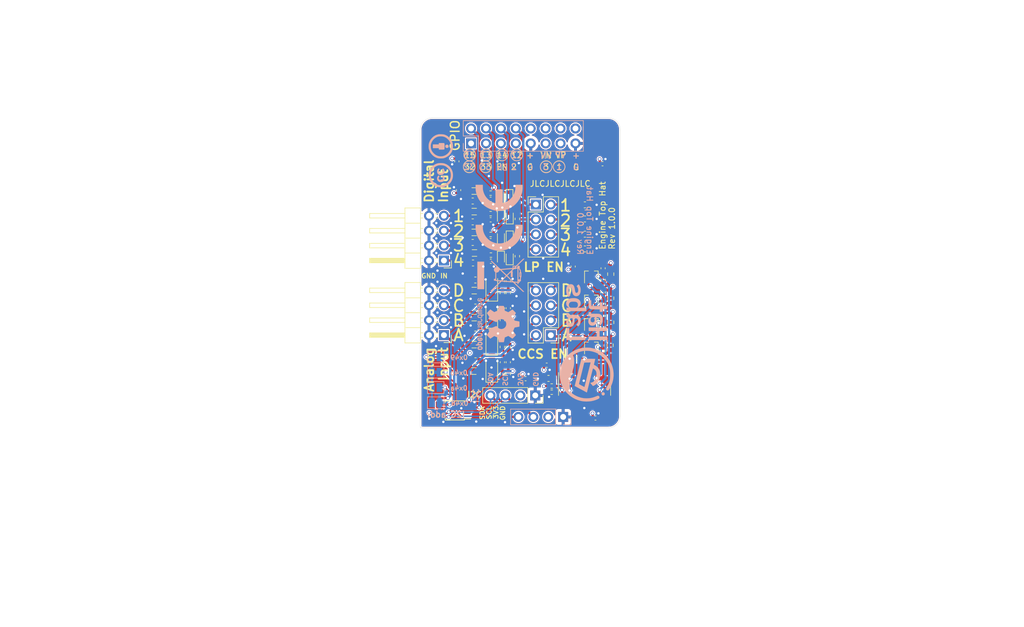
<source format=kicad_pcb>
(kicad_pcb (version 20211014) (generator pcbnew)
  (title_block (title "Engine Top Hat for SH-ESP32") (date "2021-12-31") (rev "1.0.0") (company "Hat Labs Ltd") (comment 1 "https://creativecommons.org/licenses/by-sa/4.0") (comment 2 "To view a copy of this license, visit ") (comment 3 "This design is licensed under CC BY-SA 4.0."))
  (layers (0 "F.Cu" signal) (1 "In1.Cu" power) (2 "In2.Cu" power) (31 "B.Cu" signal) (34 "B.Paste" user) (35 "F.Paste" user) (36 "B.SilkS" user "B.Silkscreen") (37 "F.SilkS" user "F.Silkscreen") (38 "B.Mask" user) (39 "F.Mask" user) (44 "Edge.Cuts" user))
  (net 0 "")
  (net 1 "GND")
  (net 2 "+3V3")
  (net 3 "Net-(C501-Pad1)")
  (net 4 "Net-(C502-Pad1)")
  (net 5 "/Digital input/In1")
  (net 6 "/Digital input/In2")
  (net 7 "/Digital input/In3")
  (net 8 "/Digital input/In4")
  (net 9 "/Digital input/InF1")
  (net 10 "/Digital input/InF2")
  (net 11 "/Digital input/InF3")
  (net 12 "/Digital input/InF4")
  (net 13 "Net-(C309-Pad1)")
  (net 14 "Net-(C310-Pad1)")
  (net 15 "Net-(C311-Pad1)")
  (net 16 "Net-(C312-Pad1)")
  (net 17 "Net-(C503-Pad1)")
  (net 18 "Net-(C504-Pad1)")
  (net 19 "/Analog input/Vin")
  (net 20 "/Analog input/InA")
  (net 21 "/Analog input/InB")
  (net 22 "/Analog input/InC")
  (net 23 "/Analog input/InD")
  (net 24 "/Analog input/InFA")
  (net 25 "/Analog input/InFB")
  (net 26 "/Analog input/InFC")
  (net 27 "/Analog input/InFD")
  (net 28 "/Analog input/ADC_A")
  (net 29 "/Analog input/ADC_B")
  (net 30 "/Analog input/ADC_C")
  (net 31 "/Analog input/ADC_D")
  (net 32 "/DI1")
  (net 33 "/DI2")
  (net 34 "/DI3")
  (net 35 "/DI4")
  (net 36 "/Analog input/SDA")
  (net 37 "/Analog input/SCL")
  (net 38 "/Analog input/IoutA")
  (net 39 "Net-(Q501-Pad2)")
  (net 40 "Net-(Q501-Pad1)")
  (net 41 "/Analog input/IoutB")
  (net 42 "Net-(Q502-Pad2)")
  (net 43 "Net-(Q502-Pad1)")
  (net 44 "/Analog input/IoutC")
  (net 45 "Net-(Q503-Pad2)")
  (net 46 "Net-(Q503-Pad1)")
  (net 47 "/Analog input/IoutD")
  (net 48 "Net-(Q504-Pad2)")
  (net 49 "Net-(Q504-Pad1)")
  (net 50 "/Analog input/ADDR")
  (footprint "Capacitor_SMD:C_0402_1005Metric" (layer "F.Cu") (at 132.2 64.4 90)
    (fp_text reference "C203" hide)
    (fp_text value "100nF" hide)
  )
  (footprint "Package_SO:SOIC-14_3.9x8.7mm_P1.27mm" (layer "F.Cu") (at 153.95 102.3 -90)
    (fp_text reference "U501" hide)
    (fp_text value "LMV324" hide)
  )
  (footprint "Connector_PinHeader_2.54mm:PinHeader_2x04_P2.54mm_Horizontal" (layer "F.Cu") (at 130 93.98 180)
    (fp_text reference "J502" hide)
    (fp_text value "Conn_02x04" hide)
  )
  (footprint "Capacitor_SMD:C_0402_1005Metric" (layer "F.Cu") (at 143.9 101.4 180)
    (fp_text reference "C202" hide)
    (fp_text value "100nF" hide)
  )
  (footprint "Capacitor_SMD:C_0402_1005Metric" (layer "F.Cu") (at 152 82.3 -90)
    (fp_text reference "C204" hide)
    (fp_text value "100nF" hide)
  )
  (footprint "Capacitor_SMD:C_0402_1005Metric" (layer "F.Cu") (at 132.5 69.3 -90)
    (fp_text reference "C207" hide)
    (fp_text value "100nF" hide)
  )
  (footprint "Capacitor_SMD:C_0402_1005Metric" (layer "F.Cu") (at 157.1 90.7 90)
    (fp_text reference "C502" hide)
    (fp_text value "100nF" hide)
  )
  (footprint "Capacitor_SMD:C_0402_1005Metric" (layer "F.Cu") (at 152.6 98 180)
    (fp_text reference "C505" hide)
    (fp_text value "100nF" hide)
  )
  (footprint "Capacitor_SMD:C_0603_1608Metric" (layer "F.Cu") (at 147.8 101.35 180)
    (fp_text reference "C506" hide)
    (fp_text value "68nF" hide)
  )
  (footprint "Package_TO_SOT_SMD:SOT-323_SC-70" (layer "F.Cu") (at 155.1 91.9 90)
    (fp_text reference "Q502" hide)
    (fp_text value "S9015" hide)
  )
  (footprint "Resistor_SMD:R_0402_1005Metric" (layer "F.Cu") (at 157.1 92.7 90)
    (fp_text reference "R502" hide)
    (fp_text value "1k" hide)
  )
  (footprint "Resistor_SMD:R_0603_1608Metric" (layer "F.Cu") (at 158.4 91.8 -90)
    (fp_text reference "R506" hide)
    (fp_text value "30" hide)
  )
  (footprint "Resistor_SMD:R_0402_1005Metric" (layer "F.Cu") (at 148.35 102.65)
    (fp_text reference "R509" hide)
    (fp_text value "1k" hide)
  )
  (footprint "Resistor_SMD:R_0402_1005Metric" (layer "F.Cu") (at 148.35 103.7 180)
    (fp_text reference "R510" hide)
    (fp_text value "10k" hide)
  )
  (footprint "Connector_PinSocket_2.54mm:PinSocket_1x04_P2.54mm_Vertical" (layer "F.Cu") (at 145.55 104.25 -90)
    (fp_text reference "J401" hide)
    (fp_text value "I2C_top" hide)
  )
  (footprint "Capacitor_SMD:C_0402_1005Metric" (layer "F.Cu") (at 157 64.8 180)
    (fp_text reference "C206" hide)
    (fp_text value "100nF" hide)
  )
  (footprint "Capacitor_SMD:C_0402_1005Metric" (layer "F.Cu") (at 155.8 108.1 180)
    (fp_text reference "C201" hide)
    (fp_text value "100nF" hide)
  )
  (footprint "Package_TO_SOT_SMD:SOT-323_SC-70" (layer "F.Cu") (at 155.1 95.9 90)
    (fp_text reference "Q501" hide)
    (fp_text value "S9015" hide)
  )
  (footprint "Resistor_SMD:R_0402_1005Metric" (layer "F.Cu") (at 139.95 100.6 -90)
    (fp_text reference "R511" hide)
    (fp_text value "51k" hide)
  )
  (footprint "Capacitor_SMD:C_0402_1005Metric" (layer "F.Cu") (at 157 94.8 90)
    (fp_text reference "C501" hide)
    (fp_text value "100nF" hide)
  )
  (footprint "Capacitor_SMD:C_0402_1005Metric" (layer "F.Cu") (at 140.95 98.6 90)
    (fp_text reference "C515" hide)
    (fp_text value "470nF" hide)
  )
  (footprint "Resistor_SMD:R_0402_1005Metric" (layer "F.Cu") (at 157 96.7 90)
    (fp_text reference "R501" hide)
    (fp_text value "1k" hide)
  )
  (footprint "Resistor_SMD:R_0603_1608Metric" (layer "F.Cu") (at 158.3 95.7 -90)
    (fp_text reference "R505" hide)
    (fp_text value "30" hide)
  )
  (footprint "Capacitor_SMD:C_0603_1608Metric" (layer "F.Cu") (at 134.9 71.15)
    (fp_text reference "C301" hide)
    (fp_text value "33pF/50V" hide)
  )
  (footprint "Capacitor_SMD:C_0603_1608Metric" (layer "F.Cu") (at 134.9 74.7)
    (fp_text reference "C302" hide)
    (fp_text value "33pF/50V" hide)
  )
  (footprint "Capacitor_SMD:C_0603_1608Metric" (layer "F.Cu") (at 134.9 78.2)
    (fp_text reference "C303" hide)
    (fp_text value "33pF/50V" hide)
  )
  (footprint "Capacitor_SMD:C_0603_1608Metric" (layer "F.Cu") (at 134.95 81.7)
    (fp_text reference "C304" hide)
    (fp_text value "33pF/50V" hide)
  )
  (footprint "Capacitor_SMD:C_0402_1005Metric" (layer "F.Cu") (at 137.95 70.85)
    (fp_text reference "C305" hide)
    (fp_text value "33pF" hide)
  )
  (footprint "Capacitor_SMD:C_0402_1005Metric" (layer "F.Cu") (at 137.95 74.35)
    (fp_text reference "C306" hide)
    (fp_text value "33pF" hide)
  )
  (footprint "Capacitor_SMD:C_0402_1005Metric" (layer "F.Cu") (at 137.95 77.9)
    (fp_text reference "C307" hide)
    (fp_text value "33pF" hide)
  )
  (footprint "Capacitor_SMD:C_0402_1005Metric" (layer "F.Cu") (at 137.98 81.4)
    (fp_text reference "C308" hide)
    (fp_text value "33pF" hide)
  )
  (footprint "Capacitor_SMD:C_0603_1608Metric" (layer "F.Cu") (at 154 79.3)
    (fp_text reference "C309" hide)
    (fp_text value "680pF" hide)
  )
  (footprint "Capacitor_SMD:C_0603_1608Metric" (layer "F.Cu") (at 154 76.8)
    (fp_text reference "C310" hide)
    (fp_text value "680pF" hide)
  )
  (footprint "Capacitor_SMD:C_0603_1608Metric" (layer "F.Cu") (at 154 74.2)
    (fp_text reference "C311" hide)
    (fp_text value "680pF" hide)
  )
  (footprint "Capacitor_SMD:C_0603_1608Metric" (layer "F.Cu") (at 154 71.8)
    (fp_text reference "C312" hide)
    (fp_text value "680pF" hide)
  )
  (footprint "Capacitor_SMD:C_0402_1005Metric" (layer "F.Cu") (at 157.1 86.7 90)
    (fp_text reference "C503" hide)
    (fp_text value "100nF" hide)
  )
  (footprint "Capacitor_SMD:C_0402_1005Metric" (layer "F.Cu") (at 157.1 82.6 90)
    (fp_text reference "C504" hide)
    (fp_text value "100nF" hide)
  )
  (footprint "Capacitor_SMD:C_0603_1608Metric" (layer "F.Cu") (at 135.375 98.35)
    (fp_text reference "C507" hide)
    (fp_text value "1uF" hide)
  )
  (footprint "Capacitor_SMD:C_0603_1608Metric" (layer "F.Cu") (at 135.35 93.8)
    (fp_text reference "C508" hide)
    (fp_text value "1uF" hide)
  )
  (footprint "Capacitor_SMD:C_0603_1608Metric" (layer "F.Cu") (at 135.35 89.2)
    (fp_text reference "C509" hide)
    (fp_text value "1uF" hide)
  )
  (footprint "Capacitor_SMD:C_0603_1608Metric" (layer "F.Cu") (at 135.35 84.6)
    (fp_text reference "C510" hide)
    (fp_text value "1uF" hide)
  )
  (footprint "Capacitor_SMD:C_0402_1005Metric" (layer "F.Cu") (at 139.95 98.6 90)
    (fp_text reference "C511" hide)
    (fp_text value "1uF" hide)
  )
  (footprint "Capacitor_SMD:C_0402_1005Metric" (layer "F.Cu") (at 139.95 94 90)
    (fp_text reference "C512" hide)
    (fp_text value "1uF" hide)
  )
  (footprint "Capacitor_SMD:C_0402_1005Metric" (layer "F.Cu") (at 139.95 89.4 90)
    (fp_text reference "C513" hide)
    (fp_text value "1uF" hide)
  )
  (footprint "Capacitor_SMD:C_0402_1005Metric" (layer "F.Cu") (at 139.95 84.8 90)
    (fp_text reference "C514" hide)
    (fp_text value "1uF" hide)
  )
  (footprint "Capacitor_SMD:C_0402_1005Metric" (layer "F.Cu") (at 140.95 94 90)
    (fp_text reference "C516" hide)
    (fp_text value "470nF" hide)
  )
  (footprint "Capacitor_SMD:C_0402_1005Metric" (layer "F.Cu") (at 140.95 89.4 90)
    (fp_text reference "C517" hide)
    (fp_text value "470nF" hide)
  )
  (footprint "Capacitor_SMD:C_0402_1005Metric" (layer "F.Cu") (at 140.95 84.8 90)
    (fp_text reference "C518" hide)
    (fp_text value "470nF" hide)
  )
  (footprint "Capacitor_SMD:C_0402_1005Metric" (layer "F.Cu") (at 128.3 107.7 -90)
    (fp_text reference "C519" hide)
    (fp_text value "100nF" hide)
  )
  (footprint "Diode_SMD:D_SOD-123F" (layer "F.Cu") (at 138.15 99.8 90)
    (fp_text reference "D501" hide)
    (fp_text value "SMF33A" hide)
  )
  (footprint "Diode_SMD:D_SOD-123F" (layer "F.Cu") (at 138.15 95.2 90)
    (fp_text reference "D502" hide)
    (fp_text value "SMF33A" hide)
  )
  (footprint "Diode_SMD:D_SOD-123F" (layer "F.Cu") (at 138.15 90.6 90)
    (fp_text reference "D503" hide)
    (fp_text value "SMF33A" hide)
  )
  (footprint "Diode_SMD:D_SOD-123F" (layer "F.Cu") (at 138.15 86 90)
    (fp_text reference "D504" hide)
    (fp_text value "SMF33A" hide)
  )
  (footprint "Inductor_SMD:L_0805_2012Metric" (layer "F.Cu") (at 135.15 69.45 180)
    (fp_text reference "FB301" hide)
    (fp_text value "GZ2012D101TF" hide)
  )
  (footprint "Inductor_SMD:L_0805_2012Metric" (layer "F.Cu") (at 135.15 72.95 180)
    (fp_text reference "FB302" hide)
    (fp_text value "GZ2012D101TF" hide)
  )
  (footprint "Inductor_SMD:L_0805_2012Metric" (layer "F.Cu") (at 135.15 76.5 180)
    (fp_text reference "FB303" hide)
    (fp_text value "GZ2012D101TF" hide)
  )
  (footprint "Inductor_SMD:L_0805_2012Metric" (layer "F.Cu") (at 135.2 80 180)
    (fp_text reference "FB304" hide)
    (fp_text value "GZ2012D101TF" hide)
  )
  (footprint "Inductor_SMD:L_0805_2012Metric" (layer "F.Cu") (at 135.0875 100.1 180)
    (fp_text reference "FB501" hide)
    (fp_text value "GZ2012D601TF" hide)
  )
  (footprint "Inductor_SMD:L_0805_2012Metric" (layer "F.Cu") (at 135.15 95.6 180)
    (fp_text reference "FB502" hide)
    (fp_text value "GZ2012D601TF" hide)
  )
  (footprint "Inductor_SMD:L_0805_2012Metric" (layer "F.Cu") (at 135.15 91 180)
    (fp_text reference "FB503" hide)
    (fp_text value "GZ2012D601TF" hide)
  )
  (footprint "Inductor_SMD:L_0805_2012Metric" (layer "F.Cu") (at 135.15 86.4 180)
    (fp_text reference "FB504" hide)
    (fp_text value "GZ2012D601TF" hide)
  )
  (footprint "Connector_PinHeader_2.54mm:PinHeader_2x04_P2.54mm_Horizontal" (layer "F.Cu") (at 130 81.28 180)
    (fp_text reference "J301" hide)
    (fp_text value "Conn_02x04_Odd_Even" hide)
  )
  (footprint "Package_TO_SOT_SMD:SOT-323_SC-70" (layer "F.Cu") (at 155.1 87.9 90)
    (fp_text reference "Q503" hide)
    (fp_text value "S9015" hide)
  )
  (footprint "Package_TO_SOT_SMD:SOT-323_SC-70" (layer "F.Cu") (at 155.1 83.8 90)
    (fp_text reference "Q504" hide)
    (fp_text value "S9015" hide)
  )
  (footprint "Resistor_SMD:R_0402_1005Metric" (layer "F.Cu") (at 137.95 69.8 180)
    (fp_text reference "R301" hide)
    (fp_text value "100k" hide)
  )
  (footprint "Resistor_SMD:R_0402_1005Metric" (layer "F.Cu") (at 137.95 73.3 180)
    (fp_text reference "R302" hide)
    (fp_text value "100k" hide)
  )
  (footprint "Resistor_SMD:R_0402_1005Metric" (layer "F.Cu") (at 137.95 76.85 180)
    (fp_text reference "R303" hide)
    (fp_text value "100k" hide)
  )
  (footprint "Resistor_SMD:R_0402_1005Metric" (layer "F.Cu") (at 138 80.35 180)
    (fp_text reference "R304" hide)
    (fp_text value "100k" hide)
  )
  (footprint "Resistor_SMD:R_0402_1005Metric" (layer "F.Cu") (at 157.1 88.7 90)
    (fp_text reference "R503" hide)
    (fp_text value "1k" hide)
  )
  (footprint "Resistor_SMD:R_0402_1005Metric" (layer "F.Cu") (at 157.1 84.6 90)
    (fp_text reference "R504" hide)
    (fp_text value "1k" hide)
  )
  (footprint "Resistor_SMD:R_0603_1608Metric" (layer "F.Cu") (at 158.4 87.7 -90)
    (fp_text reference "R507" hide)
    (fp_text value "30" hide)
  )
  (footprint "Resistor_SMD:R_0603_1608Metric" (layer "F.Cu") (at 158.4 83.6 -90)
    (fp_text reference "R508" hide)
    (fp_text value "30" hide)
  )
  (footprint "Resistor_SMD:R_0402_1005Metric" (layer "F.Cu") (at 140.95 100.6 90)
    (fp_text reference "R512" hide)
    (fp_text value "3.9k" hide)
  )
  (footprint "Resistor_SMD:R_0402_1005Metric" (layer "F.Cu") (at 139.95 96 -90)
    (fp_text reference "R513" hide)
    (fp_text value "51k" hide)
  )
  (footprint "Resistor_SMD:R_0402_1005Metric" (layer "F.Cu") (at 140.95 96 90)
    (fp_text reference "R514" hide)
    (fp_text value "3.9k" hide)
  )
  (footprint "Resistor_SMD:R_0402_1005Metric" (layer "F.Cu") (at 139.95 91.4 -90)
    (fp_text reference "R515" hide)
    (fp_text value "51k" hide)
  )
  (footprint "Resistor_SMD:R_0402_1005Metric" (layer "F.Cu") (at 140.95 91.4 90)
    (fp_text reference "R516" hide)
    (fp_text value "3.9k" hide)
  )
  (footprint "Resistor_SMD:R_0402_1005Metric" (layer "F.Cu") (at 139.95 86.8 -90)
    (fp_text reference "R517" hide)
    (fp_text value "51k" hide)
  )
  (footprint "Resistor_SMD:R_0402_1005Metric" (layer "F.Cu") (at 140.95 86.8 90)
    (fp_text reference "R518" hide)
    (fp_text value "3.9k" hide)
  )
  (footprint "Package_SO:TSSOP-10_3x3mm_P0.5mm" (layer "F.Cu") (at 131.85 106.8 180)
    (fp_text reference "U502" hide)
    (fp_text value "ADS1115IDGS" hide)
  )
  (footprint "Diode_SMD:D_SOD-523" (layer "F.Cu") (at 139.65 70.35 90)
    (fp_text reference "D301" hide)
    (fp_text value "MSK4005" hide)
  )
  (footprint "Diode_SMD:D_SOD-523" (layer "F.Cu") (at 141.15 70.35 -90)
    (fp_text reference "D302" hide)
    (fp_text value "MSK4005" hide)
  )
  (footprint "Diode_SMD:D_SOD-523" (layer "F.Cu") (at 139.7 73.9 -90)
    (fp_text reference "D303" hide)
    (fp_text value "MSK4005" hide)
  )
  (footprint "Diode_SMD:D_SOD-523" (layer "F.Cu") (at 141.2 73.9 90)
    (fp_text reference "D304" hide)
    (fp_text value "MSK4005" hide)
  )
  (footprint "Diode_SMD:D_SOD-523" (layer "F.Cu") (at 139.7 77.4 90)
    (fp_text reference "D305" hide)
    (fp_text value "MSK4005" hide)
  )
  (footprint "Diode_SMD:D_SOD-523" (layer "F.Cu") (at 141.2 77.4 -90)
    (fp_text reference "D306" hide)
    (fp_text value "MSK4005" hide)
  )
  (footprint "Diode_SMD:D_SOD-523" (layer "F.Cu") (at 139.7 80.85 -90)
    (fp_text reference "D307" hide)
    (fp_text value "MSK4005" hide)
  )
  (footprint "Diode_SMD:D_SOD-523" (layer "F.Cu") (at 141.2 80.85 90)
    (fp_text reference "D308" hide)
    (fp_text value "MSK4005" hide)
  )
  (footprint "Connector_PinHeader_2.54mm:PinHeader_2x04_P2.54mm_Vertical" (layer "F.Cu") (at 145.65 71.75)
    (fp_text reference "J302" hide)
    (fp_text value "Conn_02x04_Odd_Even" hide)
  )
  (footprint "Connector_PinHeader_2.54mm:PinHeader_2x04_P2.54mm_Vertical" (layer "F.Cu") (at 148.2 94 180)
    (fp_text reference "J501" hide)
    (fp_text value "Conn_02x04_Odd_Even" hide)
  )
  (footprint "Resistor_SMD:R_0402_1005Metric" (layer "F.Cu") (at 142.45 70.65 -90)
    (fp_text reference "R305" hide)
    (fp_text value "1M" hide)
  )
  (footprint "Resistor_SMD:R_0402_1005Metric" (layer "F.Cu") (at 142.5 74.2 90)
    (fp_text reference "R306" hide)
    (fp_text value "1M" hide)
  )
  (footprint "Resistor_SMD:R_0402_1005Metric" (layer "F.Cu") (at 142.5 77.1 -90)
    (fp_text reference "R307" hide)
    (fp_text value "1M" hide)
  )
  (footprint "Resistor_SMD:R_0402_1005Metric" (layer "F.Cu") (at 142.5 80.55 90)
    (fp_text reference "R308" hide)
    (fp_text value "1M" hide)
  )
  (footprint "Capacitor_SMD:C_0402_1005Metric" (layer "F.Cu") (at 147.5 99.1 180)
    (fp_text reference "C205" hide)
    (fp_text value "100nF" hide)
  )
  (footprint "Connector_PinHeader_2.54mm:PinHeader_1x04_P2.54mm_Vertical" (layer "B.Cu") (at 150.3 107.91 90)
    (fp_text reference "J402" hide)
    (fp_text value "I2C_bottom" hide)
  )
  (footprint "Symbol:OSHW-Logo2_9.8x8mm_SilkScreen" (layer "B.Cu") (at 139.15 92.1 90)
    (fp_text reference "REF**" hide)
    (fp_text value "OSHW-Logo2_9.8x8mm_SilkScreen" hide)
  )
  (footprint "Connector_PinSocket_2.54mm:PinSocket_2x08_P2.54mm_Vertical" (layer "B.Cu") (at 134.62 61.34 -90)
    (fp_text reference "J403" hide)
    (fp_text value "GPIO subset" hide)
  )
  (footprint "SH-ESP32-tank-hat:Hat_Labs_20mm" (layer "B.Cu") (at 154.3 95.3 90)
    (fp_text reference "G***" hide)
    (fp_text value "LOGO" hide)
  )
  (footprint "Jumper:SolderJumper-2_P1.3mm_Open_Pad1.0x1.5mm" (layer "B.Cu") (at 128.6 102.9)
    (fp_text reference "JP503" hide)
    (fp_text value "Open" hide)
  )
  (footprint "Jumper:SolderJumper-2_P1.3mm_Open_Pad1.0x1.5mm" (layer "B.Cu") (at 128.6 97.7)
    (fp_text reference "JP501" hide)
    (fp_text value "Open" hide)
  )
  (footprint "Jumper:SolderJumper-2_P1.3mm_Bridged_Pad1.0x1.5mm" (layer "B.Cu") (at 128.6 100.3)
    (fp_text reference "JP502" hide)
    (fp_text value "Bridged" hide)
  )
  (footprint "Jumper:SolderJumper-2_P1.3mm_Open_Pad1.0x1.5mm" (layer "B.Cu") (at 128.6 105.5)
    (fp_text reference "JP504" hide)
    (fp_text value "Open" hide)
  )
  (footprint "SH-ESP32-tank-hat:cc-by_5mm" (layer "B.Cu") (at 129.4 64.3 90)
    (fp_text reference "G***" hide)
    (fp_text value "LOGO" hide)
  )
  (footprint "Symbol:CE-Logo_11.2x8mm_SilkScreen" (layer "B.Cu") (at 139.4 74 90)
    (fp_text reference "REF**" hide)
    (fp_text value "CE-Logo_11.2x8mm_SilkScreen" hide)
  )
  (footprint "Symbol:WEEE-Logo_5.6x8mm_SilkScreen" (layer "B.Cu") (at 139.7 83.8 90)
    (fp_text reference "REF**" hide)
    (fp_text value "WEEE-Logo_5.6x8mm_SilkScreen" hide)
  )
  (gr_circle (center 147.4 65.35) (end 148.4 65.35) (layer "B.SilkS") (width 0.12) (fill none))
  (gr_circle (center 149.6 65.35) (end 150.6 65.35) (layer "B.SilkS") (width 0.12) (fill none))
  (gr_circle (center 137.1 65.35) (end 138.1 65.35) (layer "B.SilkS") (width 0.12) (fill none))
  (gr_circle (center 134.3 65.35) (end 135.3 65.35) (layer "B.SilkS") (width 0.12) (fill none))
  (gr_circle (center 134.4 63.3) (end 135.4 63.3) (layer "B.SilkS") (width 0.12) (fill none))
  (gr_circle (center 137.2 63.3) (end 138.2 63.3) (layer "B.SilkS") (width 0.12) (fill none))
  (gr_circle (center 139.9 63.3) (end 140.9 63.3) (layer "B.SilkS") (width 0.12) (fill none))
  (gr_circle (center 142.4 63.3) (end 143.4 63.3) (layer "B.SilkS") (width 0.12) (fill none))
  (gr_circle (center 149.6 65.3) (end 150.6 65.3) (layer "F.SilkS") (width 0.12) (fill none))
  (gr_circle (center 147.4 65.3) (end 148.4 65.3) (layer "F.SilkS") (width 0.12) (fill none))
  (gr_circle (center 137.1 65.3) (end 138.1 65.3) (layer "F.SilkS") (width 0.12) (fill none))
  (gr_circle (center 134.3 65.3) (end 135.3 65.3) (layer "F.SilkS") (width 0.12) (fill none))
  (gr_circle (center 134.4 63.3) (end 135.4 63.3) (layer "F.SilkS") (width 0.12) (fill none))
  (gr_circle (center 142.4 63.3) (end 143.4 63.3) (layer "F.SilkS") (width 0.12) (fill none))
  (gr_circle (center 139.9 63.3) (end 140.9 63.3) (layer "F.SilkS") (width 0.12) (fill none))
  (gr_circle (center 137.2 63.3) (end 138.2 63.3) (layer "F.SilkS") (width 0.12) (fill none))
  (gr_line (start 158 57) (end 143 57) (layer "Edge.Cuts") (width 0.05))
  (gr_line (start 126 109.75) (end 158 109.75) (layer "Edge.Cuts") (width 0.05))
  (gr_arc (start 160 107.75) (mid 159.414214 109.164214) (end 158 109.75) (layer "Edge.Cuts") (width 0.05))
  (gr_line (start 126 109.75) (end 126 59) (layer "Edge.Cuts") (width 0.05))
  (gr_line (start 160 107.75) (end 160 74) (layer "Edge.Cuts") (width 0.05))
  (gr_arc (start 158 57) (mid 159.414214 57.585786) (end 160 59) (layer "Edge.Cuts") (width 0.05))
  (gr_line (start 128 57) (end 143 57) (layer "Edge.Cuts") (width 0.05))
  (gr_line (start 160 74) (end 160 59) (layer "Edge.Cuts") (width 0.05))
  (gr_arc (start 126 59) (mid 126.585786 57.585786) (end 128 57) (layer "Edge.Cuts") (width 0.05))
  (gr_text "+" (at 152.5 63.4) (layer "B.SilkS") (effects (font (size 1 1) (thickness 0.16)) (justify mirror)))
  (gr_text "G" (at 152.5 65.35) (layer "B.SilkS") (effects (font (size 1 1) (thickness 0.16)) (justify mirror)))
  (gr_text "G" (at 144.7 65.45) (layer "B.SilkS") (effects (font (size 1 1) (thickness 0.16)) (justify mirror)))
  (gr_text "+" (at 144.7 63.4) (layer "B.SilkS") (effects (font (size 1 1) (thickness 0.16)) (justify mirror)))
  (gr_text "13" (at 137.2 63.35) (layer "B.SilkS") (effects (font (size 1 1) (thickness 0.16)) (justify mirror)))
  (gr_text "12" (at 142.4 63.35) (layer "B.SilkS") (effects (font (size 1 1) (thickness 0.16)) (justify mirror)))
  (gr_text "14" (at 139.9 63.35) (layer "B.SilkS") (effects (font (size 1 1) (thickness 0.16)) (justify mirror)))
  (gr_text "33" (at 137.1 65.35) (layer "B.SilkS") (effects (font (size 1 1) (thickness 0.16)) (justify mirror)))
  (gr_text "32" (at 134.3 65.35) (layer "B.SilkS") (effects (font (size 1 1) (thickness 0.16)) (justify mirror)))
  (gr_text "VN" (at 147.4 63.45) (layer "B.SilkS") (effects (font (size 1 1) (thickness 0.16)) (justify mirror)))
  (gr_text "VP" (at 149.8 63.35) (layer "B.SilkS") (effects (font (size 1 1) (thickness 0.16)) (justify mirror)))
  (gr_text "EN" (at 139.9 65.45) (layer "B.SilkS") (effects (font (size 1 1) (thickness 0.16)) (justify mirror)))
  (gr_text "15" (at 134.3 63.35) (layer "B.SilkS") (effects (font (size 1 1) (thickness 0.16)) (justify mirror)))
  (gr_text "2" (at 141.9 65.35) (layer "B.SilkS") (effects (font (size 1 1) (thickness 0.16)) (justify mirror)))
  (gr_text "3" (at 147.3 65.35) (layer "B.SilkS") (effects (font (size 1 1) (thickness 0.16)) (justify mirror)))
  (gr_text "1" (at 149.6 65.35) (layer "B.SilkS") (effects (font (size 1 1) (thickness 0.16)) (justify mirror)))
  (gr_text "I2C" (at 135.4 104.3 270) (layer "B.SilkS") (effects (font (size 1 1) (thickness 0.2)) (justify mirror)))
  (gr_text "GND" (at 145.6 101.5 270) (layer "B.SilkS") (effects (font (size 0.8 0.8) (thickness 0.16)) (justify mirror)))
  (gr_text "3V3" (at 143 101.5 270) (layer "B.SilkS") (effects (font (size 0.8 0.8) (thickness 0.16)) (justify mirror)))
  (gr_text "SDA" (at 137.9 101.5 270) (layer "B.SilkS") (effects (font (size 0.8 0.8) (thickness 0.16)) (justify mirror)))
  (gr_text "SCL" (at 140.4 101.5 270) (layer "B.SilkS") (effects (font (size 0.8 0.8) (thickness 0.16)) (justify mirror)))
  (gr_text "0x49" (at 131 97.8) (layer "B.SilkS") (effects (font (size 0.8 0.8) (thickness 0.16)) (justify right mirror)))
  (gr_text "0x4b" (at 131 100.4) (layer "B.SilkS") (effects (font (size 0.8 0.8) (thickness 0.16)) (justify right mirror)))
  (gr_text "0x48" (at 131.1 105.6) (layer "B.SilkS") (effects (font (size 0.8 0.8) (thickness 0.16)) (justify right mirror)))
  (gr_text "I2C addr" (at 130.3 107.5) (layer "B.SilkS") (effects (font (size 1 1) (thickness 0.2)) (justify mirror)))
  (gr_text "0x4a" (at 131 103) (layer "B.SilkS") (effects (font (size 0.8 0.8) (thickness 0.16)) (justify right mirror)))
  (gr_text "Engine Top Hat\nRev 1.0.0" (at 154 80.4 -90) (layer "B.SilkS") (effects (font (size 1 1) (thickness 0.16)) (justify left mirror)))
  (gr_text "SCL" (at 137.7 107.2 90) (layer "F.SilkS") (effects (font (size 0.8 0.8) (thickness 0.16))))
  (gr_text "SDA" (at 136.55 107.25 90) (layer "F.SilkS") (effects (font (size 0.8 0.8) (thickness 0.16))))
  (gr_text "3V3" (at 138.85 107.15 90) (layer "F.SilkS") (effects (font (size 0.8 0.8) (thickness 0.16))))
  (gr_text "GND" (at 140 107.25 90) (layer "F.SilkS") (effects (font (size 0.8 0.8) (thickness 0.16))))
  (gr_text "B" (at 132.5 91.5) (layer "F.SilkS") (effects (font (size 2 2) (thickness 0.3))))
  (gr_text "GPIO" (at 131.9 60 90) (layer "F.SilkS") (effects (font (size 1.5 1.5) (thickness 0.24))))
  (gr_text "+" (at 152.5 63.4) (layer "F.SilkS") (effects (font (size 1 1) (thickness 0.16))))
  (gr_text "+" (at 144.65 63.35) (layer "F.SilkS") (effects (font (size 1 1) (thickness 0.16))))
  (gr_text "G" (at 152.5 65.4) (layer "F.SilkS") (effects (font (size 1 1) (thickness 0.16))))
  (gr_text "G" (at 144.65 65.35) (layer "F.SilkS") (effects (font (size 1 1) (thickness 0.16))))
  (gr_text "3" (at 147.4 65.35) (layer "F.SilkS") (effects (font (size 1 1) (thickness 0.16))))
  (gr_text "1" (at 149.65 65.35) (layer "F.SilkS") (effects (font (size 1 1) (thickness 0.16))))
  (gr_text "2" (at 141.9 65.35) (layer "F.SilkS") (effects (font (size 1 1) (thickness 0.16))))
  (gr_text "15" (at 134.4 63.35) (layer "F.SilkS") (effects (font (size 1 1) (thickness 0.16))))
  (gr_text "EN" (at 139.9 65.35) (layer "F.SilkS") (effects (font (size 1 1) (thickness 0.16))))
  (gr_text "VP" (at 149.9 63.35) (layer "F.SilkS") (effects (font (size 1 1) (thickness 0.16))))
  (gr_text "VN" (at 147.4 63.35) (layer "F.SilkS") (effects (font (size 1 1) (thickness 0.16))))
  (gr_text "32" (at 134.4 65.35) (layer "F.SilkS") (effects (font (size 1 1) (thickness 0.16))))
  (gr_text "33" (at 137.15 65.35) (layer "F.SilkS") (effects (font (size 1 1) (thickness 0.16))))
  (gr_text "14" (at 139.9 63.35) (layer "F.SilkS") (effects (font (size 1 1) (thickness 0.16))))
  (gr_text "12" (at 142.4 63.35) (layer "F.SilkS") (effects (font (size 1 1) (thickness 0.16))))
  (gr_text "13" (at 137.15 63.35) (layer "F.SilkS") (effects (font (size 1 1) (thickness 0.16))))
  (gr_text "GND" (at 127.4 83.9) (layer "F.SilkS") (effects (font (size 0.8 0.8) (thickness 0.16))))
  (gr_text "Engine Top Hat\nRev 1.0.0" (at 157.8 79.5 90) (layer "F.SilkS") (effects (font (size 1 1) (thickness 0.16)) (justify left)))
  (gr_text "C" (at 132.5 89) (layer "F.SilkS") (effects (font (size 2 2) (thickness 0.3))))
  (gr_text "D" (at 132.5 86.4) (layer "F.SilkS") (effects (font (size 2 2) (thickness 0.3))))
  (gr_text "IN" (at 130 83.9) (layer "F.SilkS") (effects (font (size 0.8 0.8) (thickness 0.16))))
  (gr_text "1" (at 132.5 73.7) (layer "F.SilkS") (effects (font (size 2 2) (thickness 0.3))))
  (gr_text "Analog\nInput" (at 128.7 95.9 90) (layer "F.SilkS") (effects (font (size 1.5 1.5) (thickness 0.3)) (justify right)))
  (gr_text "I2C" (at 135.2 104.1) (layer "F.SilkS") (effects (font (size 1 1) (thickness 0.2))))
  (gr_text "B" (at 150.9 91.5) (layer "F.SilkS") (effects (font (size 2 2) (thickness 0.3))))
  (gr_text "A" (at 150.9 94) (layer "F.SilkS") (effects (font (size 2 2) (thickness 0.3))))
  (gr_text "C" (at 150.9 89) (layer "F.SilkS") (effects (font (size 2 2) (thickness 0.3))))
  (gr_text "D" (at 150.9 86.4) (layer "F.SilkS") (effects (font (size 2 2) (thickness 0.3))))
  (gr_text "1" (at 150.7 71.9) (layer "F.SilkS") (effects (font (size 2 2) (thickness 0.3))))
  (gr_text "3" (at 150.7 76.9) (layer "F.SilkS") (effects (font (size 2 2) (thickness 0.3))))
  (gr_text "4" (at 150.7 79.5) (layer "F.SilkS") (effects (font (size 2 2) (thickness 0.3))))
  (gr_text "2" (at 150.7 74.5) (layer "F.SilkS") (effects (font (size 2 2) (thickness 0.3))))
  (gr_text "3" (at 132.5 78.7) (layer "F.SilkS") (effects (font (size 2 2) (thickness 0.3))))
  (gr_text "4" (at 132.5 81.3) (layer "F.SilkS") (effects (font (size 2 2) (thickness 0.3))))
  (gr_text "LP EN" (at 147 82.4) (layer "F.SilkS") (effects (font (size 1.5 1.5) (thickness 0.3))))
  (gr_text "A" (at 132.5 94) (layer "F.SilkS") (effects (font (size 2 2) (thickness 0.3))))
  (gr_text "CCS EN" (at 146.8 97.2) (layer "F.SilkS") (effects (font (size 1.5 1.5) (thickness 0.3))))
  (gr_text "Digital\nInput" (at 128.7 71.6 90) (layer "F.SilkS") (effects (font (size 1.5 1.5) (thickness 0.3)) (justify left)))
  (gr_text "JLCJLCJLCJLC" (at 149.8 68.2) (layer "F.SilkS") (effects (font (size 1 1) (thickness 0.16))))
  (gr_text "2" (at 132.5 76.3) (layer "F.SilkS") (effects (font (size 2 2) (thickness 0.3))))
  (via (at 134.4 97) (size 0.6) (drill 0.4) (layers "F.Cu" "B.Cu") (net 0))
  (segment (start 147.98 99.1) (end 147.98 99.88) (width 0.4) (layer "F.Cu") (net 1))
  (segment (start 136.25 71.15) (end 136.6 71.5) (width 0.4) (layer "F.Cu") (net 1))
  (segment (start 139.38 88.92) (end 139.1 89.2) (width 0.4) (layer "F.Cu") (net 1))
  (segment (start 137.2 84.6) (end 137.1 84.5) (width 0.4) (layer "F.Cu") (net 1))
  (segment (start 136.125 84.6) (end 137 84.6) (width 0.4) (layer "F.Cu") (net 1))
  (segment (start 141.62 88.92) (end 141.7 89) (width 0.4) (layer "F.Cu") (net 1))
  (segment (start 139.95 84.32) (end 139.94701 84.32) (width 0.4) (layer "F.Cu") (net 1))
  (segment (start 136.125 89.2) (end 137.1 89.2) (width 0.4) (layer "F.Cu") (net 1))
  (segment (start 138.15 84.6) (end 137.2 84.6) (width 0.4) (layer "F.Cu") (net 1))
  (segment (start 139.932536 84.32701) (end 139.94 84.32701) (width 0.4) (layer "F.Cu") (net 1))
  (segment (start 154.775 76.8) (end 156 76.8) (width 0.4) (layer "F.Cu") (net 1))
  (segment (start 141.2 78.1) (end 141.2 79.1) (width 0.4) (layer "F.Cu") (net 1))
  (segment (start 138.43 71.662501) (end 138.378982 71.713519) (width 0.4) (layer "F.Cu") (net 1))
  (segment (start 144.38 101.4) (end 144.38 100.62) (width 0.4) (layer "F.Cu") (net 1))
  (segment (start 127.52 108.18) (end 127.5 108.2) (width 0.4) (layer "F.Cu") (net 1))
  (segment (start 136.1 81.7) (end 136.7 82.3) (width 0.4) (layer "F.Cu") (net 1))
  (segment (start 138.43 70.85) (end 138.43 71.662501) (width 0.4) (layer "F.Cu") (net 1))
  (segment (start 140.95 88.92) (end 141.62 88.92) (width 0.4) (layer "F.Cu") (net 1))
  (segment (start 140.95 88.92) (end 139.95 88.92) (width 0.4) (layer "F.Cu") (net 1))
  (segment (start 134 106.8) (end 133.320804 106.8) (width 0.25) (layer "F.Cu") (net 1))
  (segment (start 141.2 72.22701) (end 141.32701 72.1) (width 0.4) (layer "F.Cu") (net 1))
  (segment (start 141.15 71.05) (end 141.15 71.92299) (width 0.4) (layer "F.Cu") (net 1))
  (segment (start 138.15 93.8) (end 139.1 93.8) (width 0.4) (layer "F.Cu") (net 1))
  (segment (start 141.784011 98.12) (end 141.8 98.104011) (width 0.4) (layer "F.Cu") (net 1))
  (segment (start 135.675 78.2) (end 136.2 78.2) (width 0.4) (layer "F.Cu") (net 1))
  (segment (start 140.95 84.32) (end 139.95 84.32) (width 0.4) (layer "F.Cu") (net 1))
  (segment (start 144.38 100.62) (end 144.4 100.6) (width 0.4) (layer "F.Cu") (net 1))
  (segment (start 138.15 98.4) (end 138.15 99.45) (width 0.4) (layer "F.Cu") (net 1))
  (segment (start 155.9 79.3) (end 156 79.2) (width 0.4) (layer "F.Cu") (net 1))
  (segment (start 141.2 73.2) (end 141.2 72.22701) (width 0.4) (layer "F.Cu") (net 1))
  (segment (start 137.15 98.35) (end 138.1 98.35) (width 0.4) (layer "F.Cu") (net 1))
  (segment (start 139.95 93.52) (end 139.38 93.52) (width 0.4) (layer "F.Cu") (net 1))
  (segment (start 156.28 108.1) (end 156.28 107.32) (width 0.4) (layer "F.Cu") (net 1))
  (segment (start 137 84.6) (end 137.1 84.5) (width 0.4) (layer "F.Cu") (net 1))
  (segment (start 138.15 93.8) (end 137.1 93.8) (width 0.4) (layer "F.Cu") (net 1))
  (segment (start 135.675 74.7) (end 136.2 74.7) (width 0.4) (layer "F.Cu") (net 1))
  (segment (start 139.95 98.12) (end 140.95 98.12) (width 0.4) (layer "F.Cu") (net 1))
  (segment (start 132.2 64.88) (end 131.42 64.88) (width 0.4) (layer "F.Cu") (net 1))
  (segment (start 140.95 93.52) (end 139.95 93.52) (width 0.4) (layer "F.Cu") (net 1))
  (segment (start 138.15 84.6) (end 138.677011 85.127011) (width 0.4) (layer "F.Cu") (net 1))
  (segment (start 139.1 98.4) (end 139.67 98.4) (width 0.4) (layer "F.Cu") (net 1))
  (segment (start 138.15 89.2) (end 137.1 89.2) (width 0.4) (layer "F.Cu") (net 1))
  (segment (start 147.84 104.44) (end 147.9 104.5) (width 0.4) (layer "F.Cu") (net 1))
  (segment (start 138.15 99.45) (end 138.1 99.5) (width 0.4) (layer "F.Cu") (net 1))
  (segment (start 138.46 82.26) (end 138.5 82.3) (width 0.4) (layer "F.Cu") (net 1))
  (segment (start 139.95 88.92) (end 139.38 88.92) (width 0.4) (layer "F.Cu") (net 1))
  (segment (start 157.48 64.02) (end 157.5 64) (width 0.4) (layer "F.Cu") (net 1))
  (segment (start 138.46 81.4) (end 138.46 82.26) (width 0.4) (layer "F.Cu") (net 1))
  (segment (start 153.95 104.775) (end 153.95 106.35) (width 0.4) (layer "F.Cu") (net 1))
  (segment (start 141.69 96.51) (end 141.7 96.5) (width 0.4) (layer "F.Cu") (net 1))
  (segment (start 135.725 81.7) (end 136.1 81.7) (width 0.4) (layer "F.Cu") (net 1))
  (segment (start 135.675 71.15) (end 136.25 71.15) (width 0.4) (layer "F.Cu") (net 1))
  (segment (start 154.775 79.3) (end 155.9 79.3) (width 0.4) (layer "F.Cu") (net 1))
  (segment (start 152.12 98) (end 151.4 98) (width 0.4) (layer "F.Cu") (net 1))
  (segment (start 154.775 74.2) (end 156 74.2) (width 0.4) (layer "F.Cu") (net 1))
  (segment (start 136.2 78.2) (end 136.6 78.6) (width 0.4) (layer "F.Cu") (net 1))
  (segment (start 151.22 81.82) (end 151.2 81.8) (width 0.4) (layer "F.Cu") (net 1))
  (segment (start 131.72 68.82) (end 131.7 68.8) (width 0.4) (layer "F.Cu") (net 1))
  (segment (start 139.38 93.52) (end 139.2 93.7) (width 0.4) (layer "F.Cu") (net 1))
  (segment (start 140.95 98.12) (end 141.784011 98.12) (width 0.4) (layer "F.Cu") (net 1))
  (segment (start 138.15 89.2) (end 139.1 89.2) (width 0.4) (layer "F.Cu") (net 1))
  (segment (start 147.84 103.7) (end 147.84 104.44) (width 0.4) (layer "F.Cu") (net 1))
  (segment (start 141.62 93.52) (end 141.7 93.6) (width 0.4) (layer "F.Cu") (net 1))
  (segment (start 133.320804 106.8) (end 132.95201 106.431206) (width 0.25) (layer "F.Cu") (net 1))
  (segment (start 136.2 74.7) (end 136.6 75.1) (width 0.4) (layer "F.Cu") (net 1))
  (segment (start 136.125 93.8) (end 137.1 93.8) (width 0.4) (layer "F.Cu") (net 1))
  (segment (start 147.98 99.88) (end 148 99.9) (width 0.4) (layer "F.Cu") (net 1))
  (segment (start 140.95 84.32) (end 141.62 84.32) (width 0.4) (layer "F.Cu") (net 1))
  (segment (start 157.48 64.8) (end 157.48 64.02) (width 0.4) (layer "F.Cu") (net 1))
  (segment (start 146.05 101.35) (end 146 101.4) (width 0.4) (layer "F.Cu") (net 1))
  (segment (start 141.62 84.32) (end 141.7 84.4) (width 0.4) (layer "F.Cu") (net 1))
  (segment (start 140.95 93.52) (end 141.62 93.52) (width 0.4) (layer "F.Cu") (net 1))
  (segment (start 139.132535 85.127011) (end 139.932536 84.32701) (width 0.4) (layer "F.Cu") (net 1))
  (segment (start 138.43 75.17) (end 138.4 75.2) (width 0.4) (layer "F.Cu") (net 1))
  (segment (start 138.677011 85.127011) (end 139.132535 85.127011) (width 0.4) (layer "F.Cu") (net 1))
  (segment (start 154.775 71.8) (end 156 71.8) (width 0.4) (layer "F.Cu") (net 1))
  (segment (start 132.5 68.82) (end 131.72 68.82) (width 0.4) (layer "F.Cu") (net 1))
  (segment (start 128.3 108.18) (end 127.52 108.18) (width 0.4) (layer "F.Cu") (net 1))
  (segment (start 141.79 101.11) (end 141.8 101.1) (width 0.4) (layer "F.Cu") (net 1))
  (segment (start 138.43 77.9) (end 138.43 78.67) (width 0.4) (layer "F.Cu") (net 1))
  (segment (start 131.42 64.88) (end 131.4 64.9) (width 0.4) (layer "F.Cu") (net 1))
  (segment (start 153.95 106.35) (end 153.9 106.4) (width 0.4) (layer "F.Cu") (net 1))
  (segment (start 138.43 74.35) (end 138.43 75.17) (width 0.4) (layer "F.Cu") (net 1))
  (segment (start 140.95 101.11) (end 141.79 101.11) (width 0.4) (layer "F.Cu") (net 1))
  (segment (start 138.15 98.4) (end 139.1 98.4) (width 0.4) (layer "F.Cu") (net 1))
  (segment (start 152 81.82) (end 151.22 81.82) (width 0.4) (layer "F.Cu") (net 1))
  (segment (start 139.67 98.4) (end 139.95 98.12) (width 0.4) (layer "F.Cu") (net 1))
  (segment (start 156.28 107.32) (end 156.3 107.3) (width 0.4) (layer "F.Cu") (net 1))
  (segment (start 140.95 96.51) (end 141.69 96.51) (width 0.4) (layer "F.Cu") (net 1))
  (segment (start 141.2 80.15) (end 141.2 79.1) (width 0.4) (layer "F.Cu") (net 1))
  (segment (start 141.15 71.92299) (end 141.32701 72.1) (width 0.4) (layer "F.Cu") (net 1))
  (segment (start 139.94701 84.32) (end 139.94 84.32701) (width 0.4) (layer "F.Cu") (net 1))
  (segment (start 147.025 101.35) (end 146.05 101.35) (width 0.4) (layer "F.Cu") (net 1))
  (segment (start 139.1 93.8) (end 139.2 93.7) (width 0.4) (layer "F.Cu") (net 1))
  (segment (start 138.43 78.67) (end 138.4 78.7) (width 0.4) (layer "F.Cu") (net 1))
  (segment (start 138.1 98.35) (end 138.15 98.4) (width 0.4) (layer "F.Cu") (net 1))
  (segment (start 136.15 98.35) (end 137.15 98.35) (width 0.4) (layer "F.Cu") (net 1))
  (via (at 148 99.9) (size 0.6) (drill 0.4) (layers "F.Cu" "B.Cu") (net 1))
  (via (at 141.7 93.6) (size 0.6) (drill 0.4) (layers "F.Cu" "B.Cu") (net 1))
  (via (at 131.2 90.15) (size 0.6) (drill 0.4) (layers "F.Cu" "B.Cu") (net 1))
  (via (at 156 74.2) (size 0.8) (drill 0.4) (layers "F.Cu" "B.Cu") (net 1))
  (via (at 142.75 64.7) (size 0.6) (drill 0.4) (layers "F.Cu" "B.Cu") (net 1))
  (via (at 156.3 107.3) (size 0.6) (drill 0.4) (layers "F.Cu" "B.Cu") (net 1))
  (via (at 146.9 80.9) (size 0.6) (drill 0.4) (layers "F.Cu" "B.Cu") (net 1))
  (via (at 151.4 98) (size 0.6) (drill 0.4) (layers "F.Cu" "B.Cu") (net 1))
  (via (at 141.7 84.4) (size 0.6) (drill 0.4) (layers "F.Cu" "B.Cu") (net 1))
  (via (at 147.9 104.5) (size 0.6) (drill 0.4) (layers "F.Cu" "B.Cu") (net 1))
  (via (at 143.65 89.95) (size 0.6) (drill 0.4) (layers "F.Cu" "B.Cu") (net 1))
  (via (at 153.9 106.4) (size 0.6) (drill 0.4) (layers "F.Cu" "B.Cu") (net 1))
  (via (at 136.45 64.25) (size 0.6) (drill 0.4) (layers "F.Cu" "B.Cu") (net 1))
  (via (at 128.9 92.65) (size 0.6) (drill 0.4) (layers "F.Cu" "B.Cu") (net 1))
  (via (at 133.1 73.8) (size 0.6) (drill 0.4) (layers "F.Cu" "B.Cu") (net 1))
  (via (at 134.55 87.8) (size 0.6) (drill 0.4) (layers "F.Cu" "B.Cu") (net 1))
  (via (at 133.15 98.7) (size 0.6) (drill 0.4) (layers "F.Cu" "B.Cu") (net 1))
  (via (at 138.378982 71.713519) (size 0.6) (drill 0.4) (layers "F.Cu" "B.Cu") (net 1))
  (via (at 138.4 75.2) (size 0.6) (drill 0.4) (layers "F.Cu" "B.Cu") (net 1))
  (via (at 131.2 87.65) (size 0.6) (drill 0.4) (layers "F.Cu" "B.Cu") (net 1))
  (via (at 144.4 100.6) (size 0.6) (drill 0.4) (layers "F.Cu" "B.Cu") (net 1))
  (via (at 139.1 98.4) (size 0.6) (drill 0.4) (layers "F.Cu" "B.Cu") (net 1))
  (via (at 137.65 66.9) (size 0.6) (drill 0.4) (layers "F.Cu" "B.Cu") (net 1))
  (via (at 139.94 84.32701) (size 0.6) (drill 0.4) (layers "F.Cu" "B.Cu") (net 1))
  (via (at 142.5 75.65) (size 0.6) (drill 0.4) (layers "F.Cu" "B.Cu") (net 1))
  (via (at 139.9 68.05) (size 0.6) (drill 0.4) (layers "F.Cu" "B.Cu") (net 1))
  (via (at 131.4 64.9) (size 0.6) (drill 0.4) (layers "F.Cu" "B.Cu") (net 1))
  (via (at 136.6 78.6) (size 0.6) (drill 0.4) (layers "F.Cu" "B.Cu") (net 1))
  (via (at 141.8 98.104011) (size 0.6) (drill 0.4) (layers "F.Cu" "B.Cu") (net 1))
  (via (at 137.1 89.2) (size 0.6) (drill 0.4) (layers "F.Cu" "B.Cu") (net 1))
  (via (at 128.7 77.5) (size 0.6) (drill 0.4) (layers "F.Cu" "B.Cu") (net 1))
  (via (at 156 71.8) (size 0.8) (drill 0.4) (layers "F.Cu" "B.Cu") (net 1))
  (via (at 140.4 108.8) (size 0.6) (drill 0.4) (layers "F.Cu" "B.Cu") (net 1))
  (via (at 139.1 89.2) (size 0.6) (drill 0.4) (layers "F.Cu" "B.Cu") (net 1))
  (via (at 141.7 89) (size 0.6) (drill 0.4) (layers "F.Cu" "B.Cu") (net 1))
  (via (at 133.3 101.35) (size 0.6) (drill 0.4) (layers "F.Cu" "B.Cu") (net 1))
  (via (at 142 68.6) (size 0.6) (drill 0.4) (layers "F.Cu" "B.Cu") (net 1))
  (via (at 138.1 99.5) (size 0.6) (drill 0.4) (layers "F.Cu" "B.Cu") (net 1))
  (via (at 128.9 87.65) (size 0.6) (drill 0.4) (layers "F.Cu" "B.Cu") (net 1))
  (via (at 153.8 101.75) (size 0.6) (drill 0.4) (layers "F.Cu" "B.Cu") (net 1))
  (via (at 132.9 70.8) (size 0.6) (drill 0.4) (layers "F.Cu" "B.Cu") (net 1))
  (via (at 136.7 82.3) (size 0.6) (drill 0.4) (layers "F.Cu" "B.Cu") (net 1))
  (via (at 157.5 64) (size 0.6) (drill 0.4) (layers "F.Cu" "B.Cu") (net 1))
  (via (at 127.5 108.2) (size 0.6) (drill 0.4) (layers "F.Cu" "B.Cu") (net 1))
  (via (at 128.7 80) (size 0.6) (drill 0.4) (layers "F.Cu" "B.Cu") (net 1))
  (via (at 143.65 93.85) (size 0.6) (drill 0.4) (layers "F.Cu" "B.Cu") (net 1))
  (via (at 137.1 84.5) (size 0.6) (drill 0.4) (layers "F.Cu" "B.Cu") (net 1))
  (via (at 128.9 83) (size 0.6) (drill 0.4) (layers "F.Cu" "B.Cu") (net 1))
  (via (at 135.5 108.7) (size 0.6) (drill 0.4) (layers "F.Cu" "B.Cu") (net 1))
  (via (at 156 79.2) (size 0.8) (drill 0.4) (layers "F.Cu" "B.Cu") (net 1))
  (via (at 131.2 92.65) (size 0.6) (drill 0.4) (layers "F.Cu" "B.Cu") (net 1))
  (via (at 134.55 92.35) (size 0.6) (drill 0.4) (layers "F.Cu" "B.Cu") (net 1))
  (via (at 141.8 101.1) (size 0.6) (drill 0.4) (layers "F.Cu" "B.Cu") (net 1))
  (via (at 131.2 77.6) (size 0.6) (drill 0.4) (layers "F.Cu" "B.Cu") (net 1))
  (via (at 137.15 98.35) (size 0.6) (drill 0.4) (layers "F.Cu" "B.Cu") (net 1))
  (via (at 135.2 105.4) (size 0.6) (drill 0.4) (layers "F.Cu" "B.Cu") (net 1))
  (via (at 131.2 80) (size 0.6) (drill 0.4) (layers "F.Cu" "B.Cu") (net 1))
  (via (at 133.5 94.1) (size 0.6) (drill 0.4) (layers "F.Cu" "B.Cu") (net 1))
  (via (at 151.2 81.8) (size 0.6) (drill 0.4) (layers "F.Cu" "B.Cu") (net 1))
  (via (at 137.1 93.8) (size 0.6) (drill 0.4) (layers "F.Cu" "B.Cu") (net 1))
  (via (at 136.6 75.1) (size 0.6) (drill 0.4) (layers "F.Cu" "B.Cu") (net 1))
  (via (at 142.35 87.35) (size 0.6) (drill 0.4) (layers "F.Cu" "B.Cu") (net 1))
  (via (at 128.7 74.9) (size 0.6) (drill 0.4) (layers "F.Cu" "B.Cu") (net 1))
  (via (at 146 101.4) (size 0.6) (drill 0.4) (layers "F.Cu" "B.Cu") (net 1))
  (via (at 146.9 84.4) (size 0.6) (drill 0.4) (layers "F.Cu" "B.Cu") (net 1))
  (via (at 136.6 101.45) (size 0.6) (drill 0.4) (layers "F.Cu" "B.Cu") (net 1))
  (via (at 133.2 77.4) (size 0.6) (drill 0.4) (layers "F.Cu" "B.Cu") (net 1))
  (via (at 128.9 90.15) (size 0.6) (drill 0.4) (layers "F.Cu" "B.Cu") (net 1))
  (via (at 128.65 95.85) (size 0.6) (drill 0.4) (layers "F.Cu" "B.Cu") (net 1))
  (via (at 131.7 68.8) (size 0.6) (drill 0.4) (layers "F.Cu" "B.Cu") (net 1))
  (via (at 133.2 83.5) (size 0.6) (drill 0.4) (layers "F.Cu" "B.Cu") (net 1))
  (via (at 156 76.8) (size 0.8) (drill 0.4) (layers "F.Cu" "B.Cu") (net 1))
  (via (at 132.95201 106.431206) (size 0.6) (drill 0.4) (layers "F.Cu" "B.Cu") (net 1))
  (via (at 138.4 78.7) (size 0.6) (drill 0.4) (layers "F.Cu" "B.Cu") (net 1))
  (via (at 136.6 71.5) (size 0.6) (drill 0.4) (layers "F.Cu" "B.Cu") (net 1))
  (via (at 146.8 70.1) (size 0.6) (drill 0.4) (layers "F.Cu" "B.Cu") (net 1))
  (via (at 138.5 82.3) (size 0.6) (drill 0.4) (layers "F.Cu" "B.Cu") (net 1))
  (via (at 139.2 93.7) (size 0.6) (drill 0.4) (layers "F.Cu" "B.Cu") (net 1))
  (via (at 129.9 108.75) (size 0.6) (drill 0.4) (layers "F.Cu" "B.Cu") (net 1))
  (via (at 128.9 84.9) (size 0.6) (drill 0.4) (layers "F.Cu" "B.Cu") (net 1))
  (via (at 141.7 96.5) (size 0.6) (drill 0.4) (layers "F.Cu" "B.Cu") (net 1))
  (via (at 133.1 80.1) (size 0.6) (drill 0.4) (layers "F.Cu" "B.Cu") (net 1))
  (via (at 141.2 79.1) (size 0.6) (drill 0.4) (layers "F.Cu" "B.Cu") (net 1))
  (via (at 131.2 74.9) (size 0.6) (drill 0.4) (layers "F.Cu" "B.Cu") (net 1))
  (via (at 139.1 64.4) (size 0.6) (drill 0.4) (layers "F.Cu" "B.Cu") (net 1))
  (via (at 141.32701 72.1) (size 0.6) (drill 0.4) (layers "F.Cu" "B.Cu") (net 1))
  (segment (start 147.02 99.1) (end 147.02 99.88) (width 0.4) (layer "F.Cu") (net 2))
  (segment (start 131.42 63.92) (end 131.4 63.9) (width 0.4) (layer "F.Cu") (net 2))
  (segment (start 158.4 90.354012) (end 158.754012 90) (width 0.4) (layer "F.Cu") (net 2))
  (segment (start 157.745 86.22) (end 157.1 86.22) (width 0.4) (layer "F.Cu") (net 2))
  (segment (start 158.3 94.875) (end 158.3 94.254012) (width 0.4) (layer "F.Cu") (net 2))
  (segment (start 132.2 63.92) (end 131.42 63.92) (width 0.4) (layer "F.Cu") (net 2))
  (segment (start 153.8 98) (end 153.9 98.1) (width 0.4) (layer "F.Cu") (net 2))
  (segment (start 131.72 69.78) (end 131.7 69.8) (width 0.4) (layer "F.Cu") (net 2))
  (segment (start 128.392989 107.127011) (end 128.3 107.22) (width 0.4) (layer "F.Cu") (net 2))
  (segment (start 129.652001 106.847999) (end 129.7 106.8) (width 0.4) (layer "F.Cu") (net 2))
  (segment (start 127.519996 107.22) (end 127.5 107.200004) (width 0.4) (layer "F.Cu") (net 2))
  (segment (start 152 82.78) (end 151.22 82.78) (width 0.4) (layer "F.Cu") (net 2))
  (segment (start 156.52 64.02) (end 156.5 64) (width 0.4) (layer "F.Cu") (net 2))
  (segment (start 132.5 69.78) (end 131.72 69.78) (width 0.4) (layer "F.Cu") (net 2))
  (segment (start 139.65 71.05) (end 139.65 71.980028) (width 0.4) (layer "F.Cu") (net 2))
  (segment (start 153.08 98) (end 153.8 98) (width 0.4) (layer "F.Cu") (net 2))
  (segment (start 128.3 107.22) (end 128.672001 106.847999) (width 0.4) (layer "F.Cu") (net 2))
  (segment (start 158.4 86.875) (end 157.745 86.22) (width 0.4) (layer "F.Cu") (net 2))
  (segment (start 128.672001 106.847999) (end 129.652001 106.847999) (width 0.4) (layer "F.Cu") (net 2))
  (segment (start 139.7 78.1) (end 139.7 79.1) (width 0.4) (layer "F.Cu") (net 2))
  (segment (start 155.32 108.1) (end 155.32 107.32) (width 0.4) (layer "F.Cu") (net 2))
  (segment (start 153.95 99.825) (end 153.95 98.15) (width 0.4) (layer "F.Cu") (net 2))
  (segment (start 158.534012 90.22) (end 158.754012 90) (width 0.4) (layer "F.Cu") (net 2))
  (segment (start 153.95 98.15) (end 153.9 98.1) (width 0.4) (layer "F.Cu") (net 2))
  (segment (start 158.4 82.775) (end 158.4 81.7) (width 0.4) (layer "F.Cu") (net 2))
  (segment (start 143.42 101.4) (end 143.42 100.62) (width 0.4) (layer "F.Cu") (net 2))
  (segment (start 155.32 107.32) (end 155.3 107.3) (width 0.4) (layer "F.Cu") (net 2))
  (segment (start 157.98 82.12) (end 158.4 81.7) (width 0.4) (layer "F.Cu") (net 2))
  (segment (start 147.02 99.88) (end 147 99.9) (width 0.4) (layer "F.Cu") (net 2))
  (segment (start 147.05 102.65) (end 147 102.7) (width 0.4) (layer "F.Cu") (net 2))
  (segment (start 157 94.32) (end 158.234012 94.32) (width 0.4) (layer "F.Cu") (net 2))
  (segment (start 139.7 73.2) (end 139.7 72.509492) (width 0.4) (layer "F.Cu") (net 2))
  (segment (start 156.52 64.8) (end 156.52 64.02) (width 0.4) (layer "F.Cu") (net 2))
  (segment (start 157.1 90.22) (end 158.534012 90.22) (width 0.4) (layer "F.Cu") (net 2))
  (segment (start 139.7 72.509492) (end 139.939732 72.26976) (width 0.4) (layer "F.Cu") (net 2))
  (segment (start 157.1 82.12) (end 157.98 82.12) (width 0.4) (layer "F.Cu") (net 2))
  (segment (start 158.3 94.254012) (end 158.754012 93.8) (width 0.4) (layer "F.Cu") (net 2))
  (segment (start 139.65 71.980028) (end 139.939732 72.26976) (width 0.4) (layer "F.Cu") (net 2))
  (segment (start 151.22 82.78) (end 151.2 82.8) (width 0.4) (layer "F.Cu") (net 2))
  (segment (start 158.4 86.069641) (end 158.745515 85.724126) (width 0.4) (layer "F.Cu") (net 2))
  (segment (start 139.7 80.15) (end 139.7 79.1) (width 0.4) (layer "F.Cu") (net 2))
  (segment (start 158.234012 94.32) (end 158.754012 93.8) (width 0.4) (layer "F.Cu") (net 2))
  (segment (start 158.4 90.975) (end 158.4 90.354012) (width 0.4) (layer "F.Cu") (net 2))
  (segment (start 128.3 107.22) (end 127.519996 107.22) (width 0.4) (layer "F.Cu") (net 2))
  (segment (start 158.4 86.875) (end 158.4 86.069641) (width 0.4) (layer "F.Cu") (net 2))
  (segment (start 143.42 100.62) (end 143.4 100.6) (width 0.4) (layer "F.Cu") (net 2))
  (segment (start 147.84 102.65) (end 147.05 102.65) (width 0.4) (layer "F.Cu") (net 2))
  (via (at 147 99.9) (size 0.6) (drill 0.4) (layers "F.Cu" "B.Cu") (net 2))
  (via (at 131.4 63.9) (size 0.6) (drill 0.4) (layers "F.Cu" "B.Cu") (net 2))
  (via (at 158.745515 85.724126) (size 0.6) (drill 0.4) (layers "F.Cu" "B.Cu") (net 2))
  (via (at 158.754012 93.8) (size 0.6) (drill 0.4) (layers "F.Cu" "B.Cu") (net 2))
  (via (at 158.4 81.7) (size 0.6) (drill 0.4) (layers "F.Cu" "B.Cu") (net 2))
  (via (at 139.7 79.1) (size 0.6) (drill 0.4) (layers "F.Cu" "B.Cu") (net 2))
  (via (at 158.754012 90) (size 0.6) (drill 0.4) (layers "F.Cu" "B.Cu") (net 2))
  (via (at 151.2 82.8) (size 0.6) (drill 0.4) (layers "F.Cu" "B.Cu") (net 2))
  (via (at 131.7 69.8) (size 0.6) (drill 0.4) (layers "F.Cu" "B.Cu") (net 2))
  (via (at 155.3 107.3) (size 0.6) (drill 0.4) (layers "F.Cu" "B.Cu") (net 2))
  (via (at 156.5 64) (size 0.6) (drill 0.4) (layers "F.Cu" "B.Cu") (net 2))
  (via (at 143.4 100.6) (size 0.6) (drill 0.4) (layers "F.Cu" "B.Cu") (net 2))
  (via (at 130.3 97.7) (size 0.6) (drill 0.4) (layers "F.Cu" "B.Cu") (net 2))
  (via (at 147 102.7) (size 0.6) (drill 0.4) (layers "F.Cu" "B.Cu") (net 2))
  (via (at 153.9 98.1) (size 0.6) (drill 0.4) (layers "F.Cu" "B.Cu") (net 2))
  (via (at 139.939732 72.26976) (size 0.6) (drill 0.4) (layers "F.Cu" "B.Cu") (net 2))
  (via (at 127.5 107.200004) (size 0.6) (drill 0.4) (layers "F.Cu" "B.Cu") (net 2))
  (segment (start 129.25 97.7) (end 130.3 97.7) (width 0.4) (layer "B.Cu") (net 2))
  (segment (start 157 96.19) (end 156.39 96.19) (width 0.4) (layer "F.Cu") (net 3))
  (segment (start 156.39 96.19) (end 156.2 96) (width 0.4) (layer "F.Cu") (net 3))
  (segment (start 157 95.28) (end 157 96.19) (width 0.4) (layer "F.Cu") (net 3))
  (segment (start 156.49 99.825) (end 155.97299 100.34201) (width 0.4) (layer "F.Cu") (net 3))
  (segment (start 155.97299 100.34201) (end 155.97299 101.3) (width 0.4) (layer "F.Cu") (net 3))
  (via (at 155.97299 101.3) (size 0.6) (drill 0.4) (layers "F.Cu" "B.Cu") (net 3))
  (via (at 156.2 96) (size 0.6) (drill 0.4) (layers "F.Cu" "B.Cu") (net 3))
  (segment (start 156.2 96) (end 156.7 96.5) (width 0.4) (layer "B.Cu") (net 3))
  (segment (start 156.7 100.57299) (end 155.97299 101.3) (width 0.4) (layer "B.Cu") (net 3))
  (segment (start 156.7 96.5) (end 156.7 100.57299) (width 0.4) (layer "B.Cu") (net 3))
  (segment (start 157.1 92.19) (end 157.1 91.18) (width 0.4) (layer "F.Cu") (net 4))
  (segment (start 151.4 99.835) (end 151.41 99.825) (width 0.4) (layer "F.Cu") (net 4))
  (segment (start 151.4 101.4) (end 151.4 99.835) (width 0.4) (layer "F.Cu") (net 4))
  (segment (start 156.59 92.19) (end 156.3 91.9) (width 0.4) (layer "F.Cu") (net 4))
  (segment (start 157.1 92.19) (end 156.59 92.19) (width 0.4) (layer "F.Cu") (net 4))
  (via (at 156.3 91.9) (size 0.6) (drill 0.4) (layers "F.Cu" "B.Cu") (net 4))
  (via (at 151.4 101.4) (size 0.6) (drill 0.4) (layers "F.Cu" "B.Cu") (net 4))
  (segment (start 152.3 96.7) (end 152.3 100.5) (width 0.4) (layer "B.Cu") (net 4))
  (segment (start 156.3 91.9) (end 156.3 92.7) (width 0.4) (layer "B.Cu") (net 4))
  (segment (start 156.3 92.7) (end 152.3 96.7) (width 0.4) (layer "B.Cu") (net 4))
  (segment (start 152.3 100.5) (end 151.4 101.4) (width 0.4) (layer "B.Cu") (net 4))
  (segment (start 134.125 69.4875) (end 134.0875 69.45) (width 0.4) (layer "F.Cu") (net 5))
  (segment (start 131.615 73.66) (end 134.125 71.15) (width 0.4) (layer "F.Cu") (net 5))
  (segment (start 130 73.66) (end 131.615 73.66) (width 0.4) (layer "F.Cu") (net 5))
  (segment (start 134.125 71.15) (end 134.125 69.4875) (width 0.4) (layer "F.Cu") (net 5))
  (segment (start 134.125 74.7) (end 134.125 72.9875) (width 0.4) (layer "F.Cu") (net 6))
  (segment (start 132.625 76.2) (end 134.125 74.7) (width 0.4) (layer "F.Cu") (net 6))
  (segment (start 134.125 72.9875) (end 134.0875 72.95) (width 0.4) (layer "F.Cu") (net 6))
  (segment (start 130 76.2) (end 132.625 76.2) (width 0.4) (layer "F.Cu") (net 6))
  (segment (start 134.125 78.2) (end 134.125 76.5375) (width 0.4) (layer "F.Cu") (net 7))
  (segment (start 133.585 78.74) (end 134.125 78.2) (width 0.4) (layer "F.Cu") (net 7))
  (segment (start 130 78.74) (end 133.585 78.74) (width 0.4) (layer "F.Cu") (net 7))
  (segment (start 134.125 76.5375) (end 134.0875 76.5) (width 0.4) (layer "F.Cu") (net 7))
  (segment (start 134.175 80.0375) (end 134.1375 80) (width 0.4) (layer "F.Cu") (net 8))
  (segment (start 130 81.28) (end 133.755 81.28) (width 0.4) (layer "F.Cu") (net 8))
  (segment (start 133.755 81.28) (end 134.175 81.7) (width 0.4) (layer "F.Cu") (net 8))
  (segment (start 134.175 81.7) (end 134.175 80.0375) (width 0.4) (layer "F.Cu") (net 8))
  (segment (start 136.2125 69.45) (end 137.09 69.45) (width 0.4) (layer "F.Cu") (net 9))
  (segment (start 137.09 69.45) (end 137.44 69.8) (width 0.4) (layer "F.Cu") (net 9))
  (segment (start 137.44 70.82) (end 137.47 70.85) (width 0.4) (layer "F.Cu") (net 9))
  (segment (start 137.44 69.8) (end 137.44 70.82) (width 0.4) (layer "F.Cu") (net 9))
  (segment (start 137.44 73.3) (end 137.44 74.32) (width 0.4) (layer "F.Cu") (net 10))
  (segment (start 137.44 74.32) (end 137.47 74.35) (width 0.4) (layer "F.Cu") (net 10))
  (segment (start 136.2125 72.95) (end 137.09 72.95) (width 0.4) (layer "F.Cu") (net 10))
  (segment (start 137.09 72.95) (end 137.44 73.3) (width 0.4) (layer "F.Cu") (net 10))
  (segment (start 137.44 76.85) (end 137.44 77.87) (width 0.4) (layer "F.Cu") (net 11))
  (segment (start 137.44 77.87) (end 137.47 77.9) (width 0.4) (layer "F.Cu") (net 11))
  (segment (start 137.09 76.5) (end 137.44 76.85) (width 0.4) (layer "F.Cu") (net 11))
  (segment (start 136.2125 76.5) (end 137.09 76.5) (width 0.4) (layer "F.Cu") (net 11))
  (segment (start 137.14 80) (end 137.49 80.35) (width 0.4) (layer "F.Cu") (net 12))
  (segment (start 137.5 81.4) (end 137.5 80.36) (width 0.4) (layer "F.Cu") (net 12))
  (segment (start 136.2625 80) (end 137.14 80) (width 0.4) (layer "F.Cu") (net 12))
  (segment (start 137.5 80.36) (end 137.49 80.35) (width 0.4) (layer "F.Cu") (net 12))
  (segment (start 153.155 79.37) (end 153.225 79.3) (width 0.4) (layer "F.Cu") (net 13))
  (segment (start 148.19 79.37) (end 153.155 79.37) (width 0.4) (layer "F.Cu") (net 13))
  (segment (start 153.195 76.83) (end 153.225 76.8) (width 0.4) (layer "F.Cu") (net 14))
  (segment (start 148.19 76.83) (end 153.195 76.83) (width 0.4) (layer "F.Cu") (net 14))
  (segment (start 148.19 74.29) (end 153.135 74.29) (width 0.4) (layer "F.Cu") (net 15))
  (segment (start 153.135 74.29) (end 153.225 74.2) (width 0.4) (layer "F.Cu") (net 15))
  (segment (start 153.175 71.75) (end 153.225 71.8) (width 0.4) (layer "F.Cu") (net 16))
  (segment (start 148.19 71.75) (end 153.175 71.75) (width 0.4) (layer "F.Cu") (net 16))
  (segment (start 157.1 88.19) (end 157.1 87.18) (width 0.4) (layer "F.Cu") (net 17))
  (segment (start 157.1 88.19) (end 156.59 88.19) (width 0.4) (layer "F.Cu") (net 17))
  (segment (start 151.4 103.4) (end 151.4 104.765) (width 0.4) (layer "F.Cu") (net 17))
  (segment (start 151.4 104.765) (end 151.41 104.775) (width 0.4) (layer "F.Cu") (net 17))
  (segment (start 156.59 88.19) (end 156.3 87.9) (width 0.4) (layer "F.Cu") (net 17))
  (via (at 151.4 103.4) (size 0.6) (drill 0.4) (layers "F.Cu" "B.Cu") (net 17))
  (via (at 156.3 87.9) (size 0.6) (drill 0.4) (layers "F.Cu" "B.Cu") (net 17))
  (segment (start 151.4 103.4) (end 151.4 102.6) (width 0.4) (layer "B.Cu") (net 17))
  (segment (start 156.3 88.4) (end 156.3 87.9) (width 0.4) (layer "B.Cu") (net 17))
  (segment (start 151.4 102.6) (end 150.7 101.9) (width 0.4) (layer "B.Cu") (net 17))
  (segment (start 150.7 94) (end 156.3 88.4) (width 0.4) (layer "B.Cu") (net 17))
  (segment (start 150.7 101.9) (end 150.7 94) (width 0.4) (layer "B.Cu") (net 17))
  (segment (start 156.5 103.3) (end 156.5 104.765) (width 0.4) (layer "F.Cu") (net 18))
  (segment (start 156.39 84.09) (end 156.3 84) (width 0.4) (layer "F.Cu") (net 18))
  (segment (start 157.1 83.08) (end 157.1 84.09) (width 0.4) (layer "F.Cu") (net 18))
  (segment (start 157.1 84.09) (end 156.39 84.09) (width 0.4) (layer "F.Cu") (net 18))
  (segment (start 156.5 104.765) (end 156.49 104.775) (width 0.4) (layer "F.Cu") (net 18))
  (via (at 156.5 103.3) (size 0.6) (drill 0.4) (layers "F.Cu" "B.Cu") (net 18))
  (via (at 156.3 84) (size 0.6) (drill 0.4) (layers "F.Cu" "B.Cu") (net 18))
  (segment (start 158.127002 85.827002) (end 158.127002 101.645996) (width 0.4) (layer "B.Cu") (net 18))
  (segment (start 157.6 85.3) (end 158.127002 85.827002) (width 0.4) (layer "B.Cu") (net 18))
  (segment (start 156.3 84) (end 157.627002 85.327002) (width 0.4) (layer "B.Cu") (net 18))
  (segment (start 158.127002 101.645996) (end 157.2 102.572998) (width 0.4) (layer "B.Cu") (net 18))
  (segment (start 157.227002 102.572998) (end 156.5 103.3) (width 0.4) (layer "B.Cu") (net 18))
  (segment (start 148.86 101.635) (end 148.575 101.35) (width 0.4) (layer "F.Cu") (net 19))
  (segment (start 148.86 102.65) (end 148.86 101.635) (width 0.4) (layer "F.Cu") (net 19))
  (segment (start 155.22 102.18) (end 155.22 99.825) (width 0.4) (layer "F.Cu") (net 19))
  (segment (start 152.68 101.62) (end 151.65 102.65) (width 0.4) (layer "F.Cu") (net 19))
  (segment (start 151.65 102.65) (end 152.15 102.65) (width 0.4) (layer "F.Cu") (net 19))
  (segment (start 152.68 103.18) (end 152.15 102.65) (width 0.4) (layer "F.Cu") (net 19))
  (segment (start 152.15 102.65) (end 154.75 102.65) (width 0.4) (layer "F.Cu") (net 19))
  (segment (start 148.86 103.7) (end 148.86 102.65) (width 0.4) (layer "F.Cu") (net 19))
  (segment (start 154.75 102.65) (end 155.22 102.18) (width 0.4) (layer "F.Cu") (net 19))
  (segment (start 154.75 102.65) (end 154.75 104.305) (width 0.4) (layer "F.Cu") (net 19))
  (segment (start 152.68 99.825) (end 152.68 101.62) (width 0.4) (layer "F.Cu") (net 19))
  (segment (start 152.68 104.775) (end 152.68 103.18) (width 0.4) (layer "F.Cu") (net 19))
  (segment (start 154.75 104.305) (end 155.22 104.775) (width 0.4) (layer "F.Cu") (net 19))
  (segment (start 151.65 102.65) (end 148.86 102.65) (width 0.4) (layer "F.Cu") (net 19))
  (segment (start 134.6 98.35) (end 134.6 99.525) (width 0.4) (layer "F.Cu") (net 20))
  (segment (start 134.6 98.35) (end 135.472999 97.477001) (width 0.4) (layer "F.Cu") (net 20))
  (segment (start 130 93.98) (end 130.23 93.98) (width 0.4) (layer "F.Cu") (net 20))
  (segment (start 130.23 93.98) (end 134.6 98.35) (width 0.4) (layer "F.Cu") (net 20))
  (segment (start 142.182999 97.477001) (end 145.66 94) (width 0.4) (layer "F.Cu") (net 20))
  (segment (start 134.6 99.525) (end 134.025 100.1) (width 0.4) (layer "F.Cu") (net 20))
  (segment (start 135.472999 97.477001) (end 142.182999 97.477001) (width 0.4) (layer "F.Cu") (net 20))
  (segment (start 132.215 91.44) (end 134.575 93.8) (width 0.4) (layer "F.Cu") (net 21))
  (segment (start 134.575 93.8) (end 134.575 95.1125) (width 0.4) (layer "F.Cu") (net 21))
  (segment (start 144.242999 92.877001) (end 145.66 91.46) (width 0.4) (layer "F.Cu") (net 21))
  (segment (start 135.497999 92.877001) (end 144.242999 92.877001) (width 0.4) (layer "F.Cu") (net 21))
  (segment (start 134.575 93.8) (end 135.497999 92.877001) (width 0.4) (layer "F.Cu") (net 21))
  (segment (start 134.575 95.1125) (end 134.0875 95.6) (width 0.4) (layer "F.Cu") (net 21))
  (segment (start 130 91.44) (end 132.215 91.44) (width 0.4) (layer "F.Cu") (net 21))
  (segment (start 142.72 88.92) (end 142.11299 88.31299) (width 0.4) (layer "F.Cu") (net 22))
  (segment (start 145.66 88.92) (end 142.72 88.92) (width 0.4) (layer "F.Cu") (net 22))
  (segment (start 130.3 89.2) (end 130 88.9) (width 0.4) (layer "F.Cu") (net 22))
  (segment (start 134.0875 91) (end 134.0875 89.6875) (width 0.4) (layer "F.Cu") (net 22))
  (segment (start 135.46201 88.31299) (end 142.11299 88.31299) (width 0.4) (layer "F.Cu") (net 22))
  (segment (start 134.0875 89.6875) (end 134.575 89.2) (width 0.4) (layer "F.Cu") (net 22))
  (segment (start 134.575 89.2) (end 135.46201 88.31299) (width 0.4) (layer "F.Cu") (net 22))
  (segment (start 134.575 89.2) (end 130.3 89.2) (width 0.4) (layer "F.Cu") (net 22))
  (segment (start 134.575 84.6) (end 134.575 84.125) (width 0.4) (layer "F.Cu") (net 23))
  (segment (start 142.98 83.7) (end 145.66 86.38) (width 0.4) (layer "F.Cu") (net 23))
  (segment (start 134.0875 86.4) (end 134.0875 85.0875) (width 0.4) (layer "F.Cu") (net 23))
  (segment (start 130 86.36) (end 134.0475 86.36) (width 0.4) (layer "F.Cu") (net 23))
  (segment (start 134.0475 86.36) (end 134.0875 86.4) (width 0.4) (layer "F.Cu") (net 23))
  (segment (start 134.575 84.125) (end 135 83.7) (width 0.4) (layer "F.Cu") (net 23))
  (segment (start 135 83.7) (end 142.98 83.7) (width 0.4) (layer "F.Cu") (net 23))
  (segment (start 134.0875 85.0875) (end 134.575 84.6) (width 0.4) (layer "F.Cu") (net 23))
  (segment (start 138.15 101.2) (end 139.86 101.2) (width 0.4) (layer "F.Cu") (net 24))
  (segment (start 137.05 100.1) (end 138.15 101.2) (width 0.4) (layer "F.Cu") (net 24))
  (segment (start 138.15 100.88) (end 138.15 101.2) (width 0.4) (layer "F.Cu") (net 24))
  (segment (start 139.86 101.2) (end 139.95 101.11) (width 0.4) (layer "F.Cu") (net 24))
  (segment (start 139.95 99.08) (end 138.15 100.88) (width 0.4) (layer "F.Cu") (net 24))
  (segment (start 136.15 100.1) (end 137.05 100.1) (width 0.4) (layer "F.Cu") (net 24))
  (segment (start 139.86 96.6) (end 139.95 96.51) (width 0.4) (layer "F.Cu") (net 25))
  (segment (start 138.15 96.6) (end 138.15 96.28) (width 0.4) (layer "F.Cu") (net 25))
  (segment (start 138.15 96.28) (end 139.95 94.48) (width 0.4) (layer "F.Cu") (net 25))
  (segment (start 137.2125 96.6) (end 136.2125 95.6) (width 0.4) (layer "F.Cu") (net 25))
  (segment (start 138.15 96.6) (end 137.2125 96.6) (width 0.4) (layer "F.Cu") (net 25))
  (segment (start 138.15 96.6) (end 139.86 96.6) (width 0.4) (layer "F.Cu") (net 25))
  (segment (start 138.15 92) (end 139.86 92) (width 0.4) (layer "F.Cu") (net 26))
  (segment (start 139.95 89.88) (end 138.15 91.68) (width 0.4) (layer "F.Cu") (net 26))
  (segment (start 138.15 91.68) (end 138.15 92) (width 0.4) (layer "F.Cu") (net 26))
  (segment (start 137.15 91) (end 138.15 92) (width 0.4) (layer "F.Cu") (net 26))
  (segment (start 136.2125 91) (end 137.15 91) (width 0.4) (layer "F.Cu") (net 26))
  (segment (start 139.86 92) (end 139.95 91.91) (width 0.4) (layer "F.Cu") (net 26))
  (segment (start 139.86 87.4) (end 139.95 87.31) (width 0.4) (layer "F.Cu") (net 27))
  (segment (start 138.15 87.08) (end 139.95 85.28) (width 0.4) (layer "F.Cu") (net 27))
  (segment (start 138.15 87.4) (end 139.86 87.4) (width 0.4) (layer "F.Cu") (net 27))
  (segment (start 136.2125 86.4) (end 137.15 86.4) (width 0.4) (layer "F.Cu") (net 27))
  (segment (start 137.15 86.4) (end 138.15 87.4) (width 0.4) (layer "F.Cu") (net 27))
  (segment (start 138.15 87.4) (end 138.15 87.08) (width 0.4) (layer "F.Cu") (net 27))
  (segment (start 141.69 100.09) (end 141.7 100.1) (width 0.4) (layer "F.Cu") (net 28))
  (segment (start 139.95 100.09) (end 140.95 100.09) (width 0.4) (layer "F.Cu") (net 28))
  (segment (start 140.95 100.09) (end 140.95 99.08) (width 0.4) (layer "F.Cu") (net 28))
  (segment (start 140.95 100.09) (end 141.69 100.09) (width 0.4) (layer "F.Cu") (net 28))
  (segment (start 136 106.3) (end 134 106.3) (width 0.4) (layer "F.Cu") (net 28))
  (via (at 136 106.3) (size 0.6) (drill 0.4) (layers "F.Cu" "B.Cu") (net 28))
  (via (at 141.7 100.1) (size 0.6) (drill 0.4) (layers "F.Cu" "B.Cu") (net 28))
  (segment (start 136 104.438038) (end 136 106.3) (width 0.4) (layer "B.Cu") (net 28))
  (segment (start 141.7 100.1) (end 140.338038 100.1) (width 0.4) (layer "B.Cu") (net 28))
  (segment (start 140.338038 100.1) (end 136 104.438038) (width 0.4) (layer "B.Cu") (net 28))
  (segment (start 140.95 95.49) (end 141.69 95.49) (width 0.4) (layer "F.Cu") (net 29))
  (segment (start 140.95 94.48) (end 140.95 95.49) (width 0.4) (layer "F.Cu") (net 29))
  (segment (start 134.3 105.5) (end 134.02701 105.77299) (width 0.4) (layer "F.Cu") (net 29))
  (segment (start 141.69 95.49) (end 141.7 95.5) (width 0.4) (layer "F.Cu") (net 29))
  (segment (start 134.02701 105.77299) (end 134 105.77299) (width 0.4) (layer "F.Cu") (net 29))
  (segment (start 134.3 105) (end 134.3 105.5) (width 0.4) (layer "F.Cu") (net 29))
  (segment (start 139.95 95.49) (end 140.95 95.49) (width 0.4) (layer "F.Cu") (net 29))
  (via (at 141.7 95.5) (size 0.6) (drill 0.4) (layers "F.Cu" "B.Cu") (net 29))
  (via (at 134.3 105) (size 0.6) (drill 0.4) (layers "F.Cu" "B.Cu") (net 29))
  (segment (start 139.7 97.5) (end 136.9 97.5) (width 0.4) (layer "B.Cu") (net 29))
  (segment (start 134.3 100.1) (end 134.3 105) (width 0.4) (layer "B.Cu") (net 29))
  (segment (start 141.7 95.5) (end 139.7 97.5) (width 0.4) (layer "B.Cu") (net 29))
  (segment (start 136.9 97.5) (end 134.3 100.1) (width 0.4) (layer "B.Cu") (net 29))
  (segment (start 140.95 90.89) (end 141.61 90.89) (width 0.4) (layer "F.Cu") (net 30))
  (segment (start 141.61 90.89) (end 141.7 90.8) (width 0.4) (layer "F.Cu") (net 30))
  (segment (start 139.95 90.89) (end 140.95 90.89) (width 0.4) (layer "F.Cu") (net 30))
  (segment (start 140.95 90.89) (end 140.95 89.88) (width 0.4) (layer "F.Cu") (net 30))
  (segment (start 129.7 105.8) (end 130.946 105.8) (width 0.4) (layer "F.Cu") (net 30))
  (segment (start 130.946 105.8) (end 130.972992 105.826992) (width 0.4) (layer "F.Cu") (net 30))
  (via (at 141.7 90.8) (size 0.6) (drill 0.4) (layers "F.Cu" "B.Cu") (net 30))
  (via (at 130.972992 105.826992) (size 0.6) (drill 0.4) (layers "F.Cu" "B.Cu") (net 30))
  (segment (start 131.754013 105.045971) (end 130.972992 105.826992) (width 0.4) (layer "B.Cu") (net 30))
  (segment (start 141.7 90.8) (end 138.67327 90.8) (width 0.4) (layer "B.Cu") (net 30))
  (segment (start 138.67327 90.8) (end 131.754013 97.719257) (width 0.4) (layer "B.Cu") (net 30))
  (segment (start 131.754013 97.719257) (end 131.754013 105.045971) (width 0.4) (layer "B.Cu") (net 30))
  (segment (start 128.822999 106.186601) (end 128.936398 106.3) (width 0.4) (layer "F.Cu") (net 31))
  (segment (start 128.936398 106.3) (end 129.454696 106.3) (width 0.4) (layer "F.Cu") (net 31))
  (segment (start 128.822999 105.452737) (end 128.822999 106.186601) (width 0.4) (layer "F.Cu") (net 31))
  (segment (start 129.575736 104.7) (end 128.822999 105.452737) (width 0.4) (layer "F.Cu") (net 31))
  (segment (start 140.95 86.29) (end 141.69 86.29) (width 0.4) (layer "F.Cu") (net 31))
  (segment (start 139.95 86.29) (end 140.95 86.29) (width 0.4) (layer "F.Cu") (net 31))
  (segment (start 140.95 86.29) (end 140.95 85.28) (width 0.4) (layer "F.Cu") (net 31))
  (segment (start 130.682772 104.7) (end 129.575736 104.7) (width 0.4) (layer "F.Cu") (net 31))
  (segment (start 141.69 86.29) (end 141.7 86.3) (width 0.4) (layer "F.Cu") (net 31))
  (via (at 130.682772 104.7) (size 0.6) (drill 0.4) (layers "F.Cu" "B.Cu") (net 31))
  (via (at 141.7 86.3) (size 0.6) (drill 0.4) (layers "F.Cu" "B.Cu") (net 31))
  (segment (start 141.7 86.3) (end 138.8 86.3) (width 0.4) (layer "B.Cu") (net 31))
  (segment (start 131.1 104.31894) (end 130.682772 104.736168) (width 0.4) (layer "B.Cu") (net 31))
  (segment (start 131.227002 98.300962) (end 131.1 98.427964) (width 0.4) (layer "B.Cu") (net 31))
  (segment (start 131.227002 93.872998) (end 131.227002 98.300962) (width 0.4) (layer "B.Cu") (net 31))
  (segment (start 138.8 86.3) (end 131.227002 93.872998) (width 0.4) (layer "B.Cu") (net 31))
  (segment (start 131.1 98.427964) (end 131.1 104.31894) (width 0.4) (layer "B.Cu") (net 31))
  (segment (start 144.06 71.75) (end 142.45 70.14) (width 0.4) (layer "F.Cu") (net 32))
  (segment (start 141.15 69.65) (end 141.96 69.65) (width 0.4) (layer "F.Cu") (net 32))
  (segment (start 141.96 69.65) (end 142.45 70.14) (width 0.4) (layer "F.Cu") (net 32))
  (segment (start 138.46 68.916808) (end 138.525145 68.851663) (width 0.4) (layer "F.Cu") (net 32))
  (segment (start 138.46 69.8) (end 139.5 69.8) (width 0.4) (layer "F.Cu") (net 32))
  (segment (start 139.65 69.65) (end 141.15 69.65) (width 0.4) (layer "F.Cu") (net 32))
  (segment (start 139.5 69.8) (end 139.65 69.65) (width 0.4) (layer "F.Cu") (net 32))
  (segment (start 145.65 71.75) (end 144.06 71.75) (width 0.4) (layer "F.Cu") (net 32))
  (segment (start 138.46 69.8) (end 138.46 68.916808) (width 0.4) (layer "F.Cu") (net 32))
  (via (at 138.525145 68.851663) (size 0.6) (drill 0.4) (layers "F.Cu" "B.Cu") (net 32))
  (segment (start 135.797001 59.977001) (end 135.797001 66.123519) (width 0.4) (layer "B.Cu") (net 32))
  (segment (start 135.797001 66.123519) (end 138.525145 68.851663) (width 0.4) (layer "B.Cu") (net 32))
  (segment (start 134.62 58.8) (end 135.797001 59.977001) (width 0.4) (layer "B.Cu") (net 32))
  (segment (start 138.46 73.36) (end 139.7 74.6) (width 0.4) (layer "F.Cu") (net 33))
  (segment (start 142.39 74.6) (end 142.5 74.71) (width 0.4) (layer "F.Cu") (net 33))
  (segment (start 138.46 73.3) (end 138.46 72.94) (width 0.4) (layer "F.Cu") (net 33))
  (segment (start 139.7 74.6) (end 141.2 74.6) (width 0.4) (layer "F.Cu") (net 33))
  (segment (start 145.65 74.29) (end 142.92 74.29) (width 0.4) (layer "F.Cu") (net 33))
  (segment (start 142.92 74.29) (end 142.5 74.71) (width 0.4) (layer "F.Cu") (net 33))
  (segment (start 141.2 74.6) (end 142.39 74.6) (width 0.4) (layer "F.Cu") (net 33))
  (segment (start 138.46 72.94) (end 139 72.4) (width 0.4) (layer "F.Cu") (net 33))
  (segment (start 138.46 73.3) (end 138.46 73.36) (width 0.4) (layer "F.Cu") (net 33))
  (via (at 139 72.4) (size 0.6) (drill 0.4) (layers "F.Cu" "B.Cu") (net 33))
  (segment (start 138.337001 67.513981) (end 139.354011 68.530991) (width 0.4) (layer "B.Cu") (net 33))
  (segment (start 138.337001 59.977001) (end 138.337001 67.513981) (width 0.4) (layer "B.Cu") (net 33))
  (segment (start 139.354011 68.530991) (end 139.354011 72.045989) (width 0.4) (layer "B.Cu") (net 33))
  (segment (start 139.354011 72.045989) (end 139 72.4) (width 0.4) (layer "B.Cu") (net 33))
  (segment (start 137.16 58.8) (end 138.337001 59.977001) (width 0.4) (layer "B.Cu") (net 33))
  (segment (start 145.65 76.83) (end 142.74 76.83) (width 0.4) (layer "F.Cu") (net 34))
  (segment (start 138.46 76.85) (end 138.46 76.24) (width 0.4) (layer "F.Cu") (net 34))
  (segment (start 139.55 76.85) (end 139.7 76.7) (width 0.4) (layer "F.Cu") (net 34))
  (segment (start 141.2 76.7) (end 142.39 76.7) (width 0.4) (layer "F.Cu") (net 34))
  (segment (start 138.46 76.24) (end 138.6 76.1) (width 0.4) (layer "F.Cu") (net 34))
  (segment (start 139.7 76.7) (end 141.2 76.7) (width 0.4) (layer "F.Cu") (net 34))
  (segment (start 138.46 76.85) (end 139.55 76.85) (width 0.4) (layer "F.Cu") (net 34))
  (segment (start 142.39 76.7) (end 142.5 76.59) (width 0.4) (layer "F.Cu") (net 34))
  (segment (start 142.74 76.83) (end 142.5 76.59) (width 0.4) (layer "F.Cu") (net 34))
  (via (at 138.6 76.1) (size 0.6) (drill 0.4) (layers "F.Cu" "B.Cu") (net 34))
  (segment (start 140.7 62.081962) (end 140.877001 61.904961) (width 0.4) (layer "B.Cu") (net 34))
  (segment (start 140.7 74) (end 140.7 62.081962) (width 0.4) (layer "B.Cu") (net 34))
  (segment (start 138.6 76.1) (end 140.7 74) (width 0.4) (layer "B.Cu") (net 34))
  (segment (start 140.877001 59.977001) (end 139.7 58.8) (width 0.4) (layer "B.Cu") (net 34))
  (segment (start 140.877001 61.904961) (end 140.877001 59.977001) (width 0.4) (layer "B.Cu") (net 34))
  (segment (start 141.2 81.55) (end 142.01 81.55) (width 0.4) (layer "F.Cu") (net 35))
  (segment (start 138.51 80.35) (end 138.51 80.36) (width 0.4) (layer "F.Cu") (net 35))
  (segment (start 144.19 79.37) (end 143.356636 80.203364) (width 0.4) (layer "F.Cu") (net 35))
  (segment (start 143.356636 80.203364) (end 143.356636 77.843364) (width 0.4) (layer "F.Cu") (net 35))
  (segment (start 143.356636 77.843364) (end 143.5 77.7) (width 0.4) (layer "F.Cu") (net 35))
  (segment (start 145.65 79.37) (end 144.19 79.37) (width 0.4) (layer "F.Cu") (net 35))
  (segment (start 139.7 81.55) (end 141.2 81.55) (width 0.4) (layer "F.Cu") (net 35))
  (segment (start 142.01 81.55) (end 143.356636 80.203364) (width 0.4) (layer "F.Cu") (net 35))
  (segment (start 138.51 80.36) (end 139.7 81.55) (width 0.4) (layer "F.Cu") (net 35))
  (via (at 143.5 77.7) (size 0.6) (drill 0.4) (layers "F.Cu" "B.Cu") (net 35))
  (segment (start 143.5 77.7) (end 143.5 60.06) (width 0.4) (layer "B.Cu") (net 35))
  (segment (start 143.5 60.06) (end 142.24 58.8) (width 0.4) (layer "B.Cu") (net 35))
  (segment (start 129.7 107.3) (end 130.6 107.3) (width 0.25) (layer "F.Cu") (net 36))
  (segment (start 130.6 107.3) (end 130.8 107.1) (width 0.25) (layer "F.Cu") (net 36))
  (segment (start 131.6 106.3) (end 131.6 104.3) (width 0.25) (layer "F.Cu") (net 36))
  (segment (start 131.6 104.3) (end 130.2 102.9) (width 0.25) (layer "F.Cu") (net 36))
  (segment (start 137.93 104.25) (end 141.59 107.91) (width 0.4) (layer "F.Cu") (net 36))
  (segment (start 130.8 107.1) (end 131.6 106.3) (width 0.25) (layer "F.Cu") (net 36))
  (segment (start 141.59 107.91) (end 142.68 107.91) (width 0.4) (layer "F.Cu") (net 36))
  (via (at 130.8 107.1) (size 0.6) (drill 0.4) (layers "F.Cu" "B.Cu") (net 36))
  (via (at 130.2 102.9) (size 0.6) (drill 0.4) (layers "F.Cu" "B.Cu") (net 36))
  (segment (start 137.93 105.87) (end 137.93 104.25) (width 0.25) (layer "B.Cu") (net 36))
  (segment (start 132.3 107.1) (end 136.7 107.1) (width 0.25) (layer "B.Cu") (net 36))
  (segment (start 130.2 102.9) (end 129.25 102.9) (width 0.25) (layer "B.Cu") (net 36))
  (segment (start 130.8 107.1) (end 132.3 107.1) (width 0.25) (layer "B.Cu") (net 36))
  (segment (start 136.7 107.1) (end 137.93 105.87) (width 0.25) (layer "B.Cu") (net 36))
  (segment (start 140.47 104.25) (end 141.647001 105.427001) (width 0.4) (layer "F.Cu") (net 37))
  (segment (start 132 102.3) (end 130.3 100.6) (width 0.25) (layer "F.Cu") (net 37))
  (segment (start 142.737001 105.427001) (end 145.22 107.91) (width 0.4) (layer "F.Cu") (net 37))
  (segment (start 129.8 107.9) (end 129.7 107.8) (width 0.2) (layer "F.Cu") (net 37))
  (segment (start 130.8 107.9) (end 129.8 107.9) (width 0.2) (layer "F.Cu") (net 37))
  (segment (start 130.8 107.9) (end 132 106.7) (width 0.25) (layer "F.Cu") (net 37))
  (segment (start 130.3 100.6) (end 130.3 100.3) (width 0.25) (layer "F.Cu") (net 37))
  (segment (start 141.647001 105.427001) (end 142.737001 105.427001) (width 0.4) (layer "F.Cu") (net 37))
  (segment (start 132 106.7) (end 132 102.3) (width 0.25) (layer "F.Cu") (net 37))
  (via (at 130.3 100.3) (size 0.6) (drill 0.4) (layers "F.Cu" "B.Cu") (net 37))
  (via (at 130.8 107.9) (size 0.6) (drill 0.4) (layers "F.Cu" "B.Cu") (net 37))
  (segment (start 130.9 107.8) (end 130.8 107.9) (width 0.2) (layer "B.Cu") (net 37))
  (segment (start 135.6 107.8) (end 136.92 107.8) (width 0.25) (layer "B.Cu") (net 37))
  (segment (start 136.92 107.8) (end 140.47 104.25) (width 0.25) (layer "B.Cu") (net 37))
  (segment (start 130.3 100.3) (end 129.25 100.3) (width 0.25) (layer "B.Cu") (net 37))
  (segment (start 135.6 107.8) (end 130.9 107.8) (width 0.25) (layer "B.Cu") (net 37))
  (segment (start 154.31 94.11) (end 153.69 94.11) (width 0.4) (layer "F.Cu") (net 38))
  (segment (start 153.69 94.11) (end 153.6 94.2) (width 0.4) (layer "F.Cu") (net 38))
  (segment (start 151.6 94.2) (end 148.4 94.2) (width 0.4) (layer "F.Cu") (net 38))
  (segment (start 154.31 94.11) (end 155.1 94.9) (width 0.4) (layer "F.Cu") (net 38))
  (segment (start 148.4 94.2) (end 148.2 94) (width 0.4) (layer "F.Cu") (net 38))
  (via (at 153.6 94.2) (size 0.6) (drill 0.4) (layers "F.Cu" "B.Cu") (net 38))
  (via (at 151.6 94.2) (size 0.6) (drill 0.4) (layers "F.Cu" "B.Cu") (net 38))
  (segment (start 153.6 94.2) (end 151.6 94.2) (width 0.4) (layer "B.Cu") (net 38))
  (segment (start 156.69 96.9) (end 157 97.21) (width 0.4) (layer "F.Cu") (net 39))
  (segment (start 157.615 97.21) (end 158.3 96.525) (width 0.4) (layer "F.Cu") (net 39))
  (segment (start 155.75 96.9) (end 156.69 96.9) (width 0.4) (layer "F.Cu") (net 39))
  (segment (start 157 97.21) (end 157.615 97.21) (width 0.4) (layer "F.Cu") (net 39))
  (segment (start 157.43299 98.52299) (end 156.209388 98.52299) (width 0.4) (layer "F.Cu") (net 40))
  (segment (start 154.586398 96.9) (end 156.209388 98.52299) (width 0.4) (layer "F.Cu") (net 40))
  (segment (start 157.43299 98.52299) (end 157.76 98.85) (width 0.4) (layer "F.Cu") (net 40))
  (segment (start 154.45 96.9) (end 154.586398 96.9) (width 0.4) (layer "F.Cu") (net 40))
  (segment (start 157.76 98.85) (end 157.76 99.825) (width 0.4) (layer "F.Cu") (net 40))
  (segment (start 155.1 90.9) (end 148.76 90.9) (width 0.4) (layer "F.Cu") (net 41))
  (segment (start 148.76 90.9) (end 148.2 91.46) (width 0.4) (layer "F.Cu") (net 41))
  (segment (start 158.4 92.625) (end 157.685 92.625) (width 0.4) (layer "F.Cu") (net 42))
  (segment (start 157.1 93.21) (end 156.06 93.21) (width 0.4) (layer "F.Cu") (net 42))
  (segment (start 157.685 92.625) (end 157.1 93.21) (width 0.4) (layer "F.Cu") (net 42))
  (segment (start 156.06 93.21) (end 155.75 92.9) (width 0.4) (layer "F.Cu") (net 42))
  (segment (start 150.657999 99.307001) (end 150.14 99.825) (width 0.4) (layer "F.Cu") (net 43))
  (segment (start 150.657999 96.142001) (end 150.657999 99.307001) (width 0.4) (layer "F.Cu") (net 43))
  (segment (start 153.9 92.9) (end 150.657999 96.142001) (width 0.4) (layer "F.Cu") (net 43))
  (segment (start 154.45 92.9) (end 153.9 92.9) (width 0.4) (layer "F.Cu") (net 43))
  (segment (start 155.1 86.9) (end 154.335 86.9) (width 0.4) (layer "F.Cu") (net 44))
  (segment (start 152.315 88.92) (end 148.2 88.92) (width 0.4) (layer "F.Cu") (net 44))
  (segment (start 154.335 86.9) (end 152.315 88.92) (width 0.4) (layer "F.Cu") (net 44))
  (segment (start 158.4 88.525) (end 157.785 88.525) (width 0.4) (layer "F.Cu") (net 45))
  (segment (start 157.785 88.525) (end 157.1 89.21) (width 0.4) (layer "F.Cu") (net 45))
  (segment (start 156.06 89.21) (end 155.75 88.9) (width 0.4) (layer "F.Cu") (net 45))
  (segment (start 157.1 89.21) (end 156.06 89.21) (width 0.4) (layer "F.Cu") (net 45))
  (segment (start 150.14 104.775) (end 150.14 103.34) (width 0.4) (layer "F.Cu") (net 46))
  (segment (start 150.14 103.34) (end 150.1 103.3) (width 0.4) (layer "F.Cu") (net 46))
  (segment (start 154.4 88.85) (end 154.45 88.9) (width 0.4) (layer "F.Cu") (net 46))
  (segment (start 154.4 88) (end 154.4 88.85) (width 0.4) (layer "F.Cu") (net 46))
  (via (at 154.4 88) (size 0.6) (drill 0.4) (layers "F.Cu" "B.Cu") (net 46))
  (via (at 150.1 103.3) (size 0.6) (drill 0.4) (layers "F.Cu" "B.Cu") (net 46))
  (segment (start 154.4 88) (end 154.4 88.5) (width 0.4) (layer "B.Cu") (net 46))
  (segment (start 149.5 102.7) (end 150.1 103.3) (width 0.4) (layer "B.Cu") (net 46))
  (segment (start 154.4 88.5) (end 149.5 93.4) (width 0.4) (layer "B.Cu") (net 46))
  (segment (start 149.5 93.4) (end 149.5 102.7) (width 0.4) (layer "B.Cu") (net 46))
  (segment (start 153.2 84.7) (end 149.88 84.7) (width 0.4) (layer "F.Cu") (net 47))
  (segment (start 149.88 84.7) (end 148.2 86.38) (width 0.4) (layer "F.Cu") (net 47))
  (segment (start 155.1 82.8) (end 153.2 84.7) (width 0.4) (layer "F.Cu") (net 47))
  (segment (start 156.06 85.11) (end 155.75 84.8) (width 0.4) (layer "F.Cu") (net 48))
  (segment (start 158.4 84.425) (end 157.785 84.425) (width 0.4) (layer "F.Cu") (net 48))
  (segment (start 157.785 84.425) (end 157.1 85.11) (width 0.4) (layer "F.Cu") (net 48))
  (segment (start 157.1 85.11) (end 156.06 85.11) (width 0.4) (layer "F.Cu") (net 48))
  (segment (start 157.7 104.715) (end 157.76 104.775) (width 0.4) (layer "F.Cu") (net 49))
  (segment (start 154.45 84.8) (end 154.45 85.15) (width 0.4) (layer "F.Cu") (net 49))
  (segment (start 157.7 103.3) (end 157.7 104.715) (width 0.4) (layer "F.Cu") (net 49))
  (segment (start 154.45 85.15) (end 154.9 85.6) (width 0.4) (layer "F.Cu") (net 49))
  (segment (start 156.6 102.2) (end 157.7 103.3) (width 0.4) (layer "F.Cu") (net 49))
  (via (at 156.6 102.2) (size 0.6) (drill 0.4) (layers "F.Cu" "B.Cu") (net 49))
  (via (at 154.9 85.6) (size 0.6) (drill 0.4) (layers "F.Cu" "B.Cu") (net 49))
  (segment (start 156.4 86.6) (end 157.5 87.7) (width 0.4) (layer "B.Cu") (net 49))
  (segment (start 155.9 86.6) (end 156.4 86.6) (width 0.4) (layer "B.Cu") (net 49))
  (segment (start 157.5 101.3) (end 156.6 102.2) (width 0.4) (layer "B.Cu") (net 49))
  (segment (start 154.9 85.6) (end 155.9 86.6) (width 0.4) (layer "B.Cu") (net 49))
  (segment (start 157.5 87.7) (end 157.5 101.3) (width 0.4) (layer "B.Cu") (net 49))
  (segment (start 127 97.7) (end 129.1 97.7) (width 0.25) (layer "F.Cu") (net 50))
  (segment (start 133 107.8) (end 134 107.8) (width 0.25) (layer "F.Cu") (net 50))
  (segment (start 129.1 97.7) (end 132.4 101) (width 0.25) (layer "F.Cu") (net 50))
  (segment (start 132.4 107.2) (end 133 107.8) (width 0.25) (layer "F.Cu") (net 50))
  (segment (start 132.4 101) (end 132.4 107.2) (width 0.25) (layer "F.Cu") (net 50))
  (via (at 127 97.7) (size 0.6) (drill 0.4) (layers "F.Cu" "B.Cu") (net 50))
  (segment (start 127.95 97.7) (end 127.95 105.5) (width 0.4) (layer "B.Cu") (net 50))
  (segment (start 127.95 97.7) (end 127 97.7) (width 0.25) (layer "B.Cu") (net 50))
  (zone (net 1) (net_name "GND") (layer "F.Cu") (connect_pads (clearance 0.2)) (min_thickness 0.2) (fill yes (thermal_gap 0.5) (thermal_bridge_width 0.5))
    (polygon (pts (xy 160 110) (xy 126 110) (xy 126 57) (xy 160 57)))
  )
  (zone (net 1) (net_name "GND") (layer "B.Cu") (connect_pads (clearance 0.2)) (min_thickness 0.2) (fill yes (thermal_gap 0.5) (thermal_bridge_width 0.5))
    (polygon (pts (xy 160 110) (xy 126 110) (xy 126 57) (xy 160 57)))
  )
)
</source>
